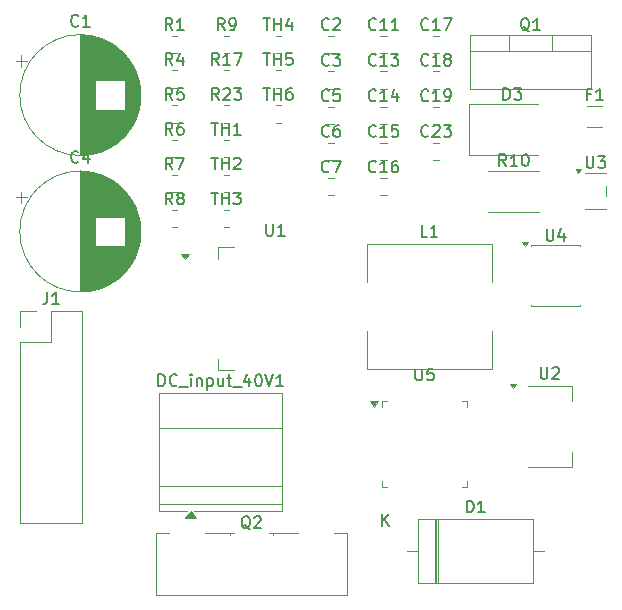
<source format=gbr>
%TF.GenerationSoftware,KiCad,Pcbnew,9.0.7*%
%TF.CreationDate,2026-02-08T16:25:53+05:30*%
%TF.ProjectId,gray,67726179-2e6b-4696-9361-645f70636258,rev?*%
%TF.SameCoordinates,Original*%
%TF.FileFunction,Legend,Top*%
%TF.FilePolarity,Positive*%
%FSLAX46Y46*%
G04 Gerber Fmt 4.6, Leading zero omitted, Abs format (unit mm)*
G04 Created by KiCad (PCBNEW 9.0.7) date 2026-02-08 16:25:53*
%MOMM*%
%LPD*%
G01*
G04 APERTURE LIST*
%ADD10C,0.150000*%
%ADD11C,0.120000*%
G04 APERTURE END LIST*
D10*
X157983333Y-80604819D02*
X157507143Y-80604819D01*
X157507143Y-80604819D02*
X157507143Y-79604819D01*
X158840476Y-80604819D02*
X158269048Y-80604819D01*
X158554762Y-80604819D02*
X158554762Y-79604819D01*
X158554762Y-79604819D02*
X158459524Y-79747676D01*
X158459524Y-79747676D02*
X158364286Y-79842914D01*
X158364286Y-79842914D02*
X158269048Y-79890533D01*
X156988095Y-91754819D02*
X156988095Y-92564342D01*
X156988095Y-92564342D02*
X157035714Y-92659580D01*
X157035714Y-92659580D02*
X157083333Y-92707200D01*
X157083333Y-92707200D02*
X157178571Y-92754819D01*
X157178571Y-92754819D02*
X157369047Y-92754819D01*
X157369047Y-92754819D02*
X157464285Y-92707200D01*
X157464285Y-92707200D02*
X157511904Y-92659580D01*
X157511904Y-92659580D02*
X157559523Y-92564342D01*
X157559523Y-92564342D02*
X157559523Y-91754819D01*
X158511904Y-91754819D02*
X158035714Y-91754819D01*
X158035714Y-91754819D02*
X157988095Y-92231009D01*
X157988095Y-92231009D02*
X158035714Y-92183390D01*
X158035714Y-92183390D02*
X158130952Y-92135771D01*
X158130952Y-92135771D02*
X158369047Y-92135771D01*
X158369047Y-92135771D02*
X158464285Y-92183390D01*
X158464285Y-92183390D02*
X158511904Y-92231009D01*
X158511904Y-92231009D02*
X158559523Y-92326247D01*
X158559523Y-92326247D02*
X158559523Y-92564342D01*
X158559523Y-92564342D02*
X158511904Y-92659580D01*
X158511904Y-92659580D02*
X158464285Y-92707200D01*
X158464285Y-92707200D02*
X158369047Y-92754819D01*
X158369047Y-92754819D02*
X158130952Y-92754819D01*
X158130952Y-92754819D02*
X158035714Y-92707200D01*
X158035714Y-92707200D02*
X157988095Y-92659580D01*
X168088095Y-79939819D02*
X168088095Y-80749342D01*
X168088095Y-80749342D02*
X168135714Y-80844580D01*
X168135714Y-80844580D02*
X168183333Y-80892200D01*
X168183333Y-80892200D02*
X168278571Y-80939819D01*
X168278571Y-80939819D02*
X168469047Y-80939819D01*
X168469047Y-80939819D02*
X168564285Y-80892200D01*
X168564285Y-80892200D02*
X168611904Y-80844580D01*
X168611904Y-80844580D02*
X168659523Y-80749342D01*
X168659523Y-80749342D02*
X168659523Y-79939819D01*
X169564285Y-80273152D02*
X169564285Y-80939819D01*
X169326190Y-79892200D02*
X169088095Y-80606485D01*
X169088095Y-80606485D02*
X169707142Y-80606485D01*
X171478095Y-73779819D02*
X171478095Y-74589342D01*
X171478095Y-74589342D02*
X171525714Y-74684580D01*
X171525714Y-74684580D02*
X171573333Y-74732200D01*
X171573333Y-74732200D02*
X171668571Y-74779819D01*
X171668571Y-74779819D02*
X171859047Y-74779819D01*
X171859047Y-74779819D02*
X171954285Y-74732200D01*
X171954285Y-74732200D02*
X172001904Y-74684580D01*
X172001904Y-74684580D02*
X172049523Y-74589342D01*
X172049523Y-74589342D02*
X172049523Y-73779819D01*
X172430476Y-73779819D02*
X173049523Y-73779819D01*
X173049523Y-73779819D02*
X172716190Y-74160771D01*
X172716190Y-74160771D02*
X172859047Y-74160771D01*
X172859047Y-74160771D02*
X172954285Y-74208390D01*
X172954285Y-74208390D02*
X173001904Y-74256009D01*
X173001904Y-74256009D02*
X173049523Y-74351247D01*
X173049523Y-74351247D02*
X173049523Y-74589342D01*
X173049523Y-74589342D02*
X173001904Y-74684580D01*
X173001904Y-74684580D02*
X172954285Y-74732200D01*
X172954285Y-74732200D02*
X172859047Y-74779819D01*
X172859047Y-74779819D02*
X172573333Y-74779819D01*
X172573333Y-74779819D02*
X172478095Y-74732200D01*
X172478095Y-74732200D02*
X172430476Y-74684580D01*
X144338095Y-79504819D02*
X144338095Y-80314342D01*
X144338095Y-80314342D02*
X144385714Y-80409580D01*
X144385714Y-80409580D02*
X144433333Y-80457200D01*
X144433333Y-80457200D02*
X144528571Y-80504819D01*
X144528571Y-80504819D02*
X144719047Y-80504819D01*
X144719047Y-80504819D02*
X144814285Y-80457200D01*
X144814285Y-80457200D02*
X144861904Y-80409580D01*
X144861904Y-80409580D02*
X144909523Y-80314342D01*
X144909523Y-80314342D02*
X144909523Y-79504819D01*
X145909523Y-80504819D02*
X145338095Y-80504819D01*
X145623809Y-80504819D02*
X145623809Y-79504819D01*
X145623809Y-79504819D02*
X145528571Y-79647676D01*
X145528571Y-79647676D02*
X145433333Y-79742914D01*
X145433333Y-79742914D02*
X145338095Y-79790533D01*
X144114286Y-68004819D02*
X144685714Y-68004819D01*
X144400000Y-69004819D02*
X144400000Y-68004819D01*
X145019048Y-69004819D02*
X145019048Y-68004819D01*
X145019048Y-68481009D02*
X145590476Y-68481009D01*
X145590476Y-69004819D02*
X145590476Y-68004819D01*
X146495238Y-68004819D02*
X146304762Y-68004819D01*
X146304762Y-68004819D02*
X146209524Y-68052438D01*
X146209524Y-68052438D02*
X146161905Y-68100057D01*
X146161905Y-68100057D02*
X146066667Y-68242914D01*
X146066667Y-68242914D02*
X146019048Y-68433390D01*
X146019048Y-68433390D02*
X146019048Y-68814342D01*
X146019048Y-68814342D02*
X146066667Y-68909580D01*
X146066667Y-68909580D02*
X146114286Y-68957200D01*
X146114286Y-68957200D02*
X146209524Y-69004819D01*
X146209524Y-69004819D02*
X146400000Y-69004819D01*
X146400000Y-69004819D02*
X146495238Y-68957200D01*
X146495238Y-68957200D02*
X146542857Y-68909580D01*
X146542857Y-68909580D02*
X146590476Y-68814342D01*
X146590476Y-68814342D02*
X146590476Y-68576247D01*
X146590476Y-68576247D02*
X146542857Y-68481009D01*
X146542857Y-68481009D02*
X146495238Y-68433390D01*
X146495238Y-68433390D02*
X146400000Y-68385771D01*
X146400000Y-68385771D02*
X146209524Y-68385771D01*
X146209524Y-68385771D02*
X146114286Y-68433390D01*
X146114286Y-68433390D02*
X146066667Y-68481009D01*
X146066667Y-68481009D02*
X146019048Y-68576247D01*
X144114286Y-65054819D02*
X144685714Y-65054819D01*
X144400000Y-66054819D02*
X144400000Y-65054819D01*
X145019048Y-66054819D02*
X145019048Y-65054819D01*
X145019048Y-65531009D02*
X145590476Y-65531009D01*
X145590476Y-66054819D02*
X145590476Y-65054819D01*
X146542857Y-65054819D02*
X146066667Y-65054819D01*
X146066667Y-65054819D02*
X146019048Y-65531009D01*
X146019048Y-65531009D02*
X146066667Y-65483390D01*
X146066667Y-65483390D02*
X146161905Y-65435771D01*
X146161905Y-65435771D02*
X146400000Y-65435771D01*
X146400000Y-65435771D02*
X146495238Y-65483390D01*
X146495238Y-65483390D02*
X146542857Y-65531009D01*
X146542857Y-65531009D02*
X146590476Y-65626247D01*
X146590476Y-65626247D02*
X146590476Y-65864342D01*
X146590476Y-65864342D02*
X146542857Y-65959580D01*
X146542857Y-65959580D02*
X146495238Y-66007200D01*
X146495238Y-66007200D02*
X146400000Y-66054819D01*
X146400000Y-66054819D02*
X146161905Y-66054819D01*
X146161905Y-66054819D02*
X146066667Y-66007200D01*
X146066667Y-66007200D02*
X146019048Y-65959580D01*
X144114286Y-62104819D02*
X144685714Y-62104819D01*
X144400000Y-63104819D02*
X144400000Y-62104819D01*
X145019048Y-63104819D02*
X145019048Y-62104819D01*
X145019048Y-62581009D02*
X145590476Y-62581009D01*
X145590476Y-63104819D02*
X145590476Y-62104819D01*
X146495238Y-62438152D02*
X146495238Y-63104819D01*
X146257143Y-62057200D02*
X146019048Y-62771485D01*
X146019048Y-62771485D02*
X146638095Y-62771485D01*
X139704286Y-76854819D02*
X140275714Y-76854819D01*
X139990000Y-77854819D02*
X139990000Y-76854819D01*
X140609048Y-77854819D02*
X140609048Y-76854819D01*
X140609048Y-77331009D02*
X141180476Y-77331009D01*
X141180476Y-77854819D02*
X141180476Y-76854819D01*
X141561429Y-76854819D02*
X142180476Y-76854819D01*
X142180476Y-76854819D02*
X141847143Y-77235771D01*
X141847143Y-77235771D02*
X141990000Y-77235771D01*
X141990000Y-77235771D02*
X142085238Y-77283390D01*
X142085238Y-77283390D02*
X142132857Y-77331009D01*
X142132857Y-77331009D02*
X142180476Y-77426247D01*
X142180476Y-77426247D02*
X142180476Y-77664342D01*
X142180476Y-77664342D02*
X142132857Y-77759580D01*
X142132857Y-77759580D02*
X142085238Y-77807200D01*
X142085238Y-77807200D02*
X141990000Y-77854819D01*
X141990000Y-77854819D02*
X141704286Y-77854819D01*
X141704286Y-77854819D02*
X141609048Y-77807200D01*
X141609048Y-77807200D02*
X141561429Y-77759580D01*
X139704286Y-73904819D02*
X140275714Y-73904819D01*
X139990000Y-74904819D02*
X139990000Y-73904819D01*
X140609048Y-74904819D02*
X140609048Y-73904819D01*
X140609048Y-74381009D02*
X141180476Y-74381009D01*
X141180476Y-74904819D02*
X141180476Y-73904819D01*
X141609048Y-74000057D02*
X141656667Y-73952438D01*
X141656667Y-73952438D02*
X141751905Y-73904819D01*
X141751905Y-73904819D02*
X141990000Y-73904819D01*
X141990000Y-73904819D02*
X142085238Y-73952438D01*
X142085238Y-73952438D02*
X142132857Y-74000057D01*
X142132857Y-74000057D02*
X142180476Y-74095295D01*
X142180476Y-74095295D02*
X142180476Y-74190533D01*
X142180476Y-74190533D02*
X142132857Y-74333390D01*
X142132857Y-74333390D02*
X141561429Y-74904819D01*
X141561429Y-74904819D02*
X142180476Y-74904819D01*
X139704286Y-70954819D02*
X140275714Y-70954819D01*
X139990000Y-71954819D02*
X139990000Y-70954819D01*
X140609048Y-71954819D02*
X140609048Y-70954819D01*
X140609048Y-71431009D02*
X141180476Y-71431009D01*
X141180476Y-71954819D02*
X141180476Y-70954819D01*
X142180476Y-71954819D02*
X141609048Y-71954819D01*
X141894762Y-71954819D02*
X141894762Y-70954819D01*
X141894762Y-70954819D02*
X141799524Y-71097676D01*
X141799524Y-71097676D02*
X141704286Y-71192914D01*
X141704286Y-71192914D02*
X141609048Y-71240533D01*
X140347142Y-69004819D02*
X140013809Y-68528628D01*
X139775714Y-69004819D02*
X139775714Y-68004819D01*
X139775714Y-68004819D02*
X140156666Y-68004819D01*
X140156666Y-68004819D02*
X140251904Y-68052438D01*
X140251904Y-68052438D02*
X140299523Y-68100057D01*
X140299523Y-68100057D02*
X140347142Y-68195295D01*
X140347142Y-68195295D02*
X140347142Y-68338152D01*
X140347142Y-68338152D02*
X140299523Y-68433390D01*
X140299523Y-68433390D02*
X140251904Y-68481009D01*
X140251904Y-68481009D02*
X140156666Y-68528628D01*
X140156666Y-68528628D02*
X139775714Y-68528628D01*
X140728095Y-68100057D02*
X140775714Y-68052438D01*
X140775714Y-68052438D02*
X140870952Y-68004819D01*
X140870952Y-68004819D02*
X141109047Y-68004819D01*
X141109047Y-68004819D02*
X141204285Y-68052438D01*
X141204285Y-68052438D02*
X141251904Y-68100057D01*
X141251904Y-68100057D02*
X141299523Y-68195295D01*
X141299523Y-68195295D02*
X141299523Y-68290533D01*
X141299523Y-68290533D02*
X141251904Y-68433390D01*
X141251904Y-68433390D02*
X140680476Y-69004819D01*
X140680476Y-69004819D02*
X141299523Y-69004819D01*
X141632857Y-68004819D02*
X142251904Y-68004819D01*
X142251904Y-68004819D02*
X141918571Y-68385771D01*
X141918571Y-68385771D02*
X142061428Y-68385771D01*
X142061428Y-68385771D02*
X142156666Y-68433390D01*
X142156666Y-68433390D02*
X142204285Y-68481009D01*
X142204285Y-68481009D02*
X142251904Y-68576247D01*
X142251904Y-68576247D02*
X142251904Y-68814342D01*
X142251904Y-68814342D02*
X142204285Y-68909580D01*
X142204285Y-68909580D02*
X142156666Y-68957200D01*
X142156666Y-68957200D02*
X142061428Y-69004819D01*
X142061428Y-69004819D02*
X141775714Y-69004819D01*
X141775714Y-69004819D02*
X141680476Y-68957200D01*
X141680476Y-68957200D02*
X141632857Y-68909580D01*
X140347142Y-66054819D02*
X140013809Y-65578628D01*
X139775714Y-66054819D02*
X139775714Y-65054819D01*
X139775714Y-65054819D02*
X140156666Y-65054819D01*
X140156666Y-65054819D02*
X140251904Y-65102438D01*
X140251904Y-65102438D02*
X140299523Y-65150057D01*
X140299523Y-65150057D02*
X140347142Y-65245295D01*
X140347142Y-65245295D02*
X140347142Y-65388152D01*
X140347142Y-65388152D02*
X140299523Y-65483390D01*
X140299523Y-65483390D02*
X140251904Y-65531009D01*
X140251904Y-65531009D02*
X140156666Y-65578628D01*
X140156666Y-65578628D02*
X139775714Y-65578628D01*
X141299523Y-66054819D02*
X140728095Y-66054819D01*
X141013809Y-66054819D02*
X141013809Y-65054819D01*
X141013809Y-65054819D02*
X140918571Y-65197676D01*
X140918571Y-65197676D02*
X140823333Y-65292914D01*
X140823333Y-65292914D02*
X140728095Y-65340533D01*
X141632857Y-65054819D02*
X142299523Y-65054819D01*
X142299523Y-65054819D02*
X141870952Y-66054819D01*
X164667142Y-74604819D02*
X164333809Y-74128628D01*
X164095714Y-74604819D02*
X164095714Y-73604819D01*
X164095714Y-73604819D02*
X164476666Y-73604819D01*
X164476666Y-73604819D02*
X164571904Y-73652438D01*
X164571904Y-73652438D02*
X164619523Y-73700057D01*
X164619523Y-73700057D02*
X164667142Y-73795295D01*
X164667142Y-73795295D02*
X164667142Y-73938152D01*
X164667142Y-73938152D02*
X164619523Y-74033390D01*
X164619523Y-74033390D02*
X164571904Y-74081009D01*
X164571904Y-74081009D02*
X164476666Y-74128628D01*
X164476666Y-74128628D02*
X164095714Y-74128628D01*
X165619523Y-74604819D02*
X165048095Y-74604819D01*
X165333809Y-74604819D02*
X165333809Y-73604819D01*
X165333809Y-73604819D02*
X165238571Y-73747676D01*
X165238571Y-73747676D02*
X165143333Y-73842914D01*
X165143333Y-73842914D02*
X165048095Y-73890533D01*
X166238571Y-73604819D02*
X166333809Y-73604819D01*
X166333809Y-73604819D02*
X166429047Y-73652438D01*
X166429047Y-73652438D02*
X166476666Y-73700057D01*
X166476666Y-73700057D02*
X166524285Y-73795295D01*
X166524285Y-73795295D02*
X166571904Y-73985771D01*
X166571904Y-73985771D02*
X166571904Y-74223866D01*
X166571904Y-74223866D02*
X166524285Y-74414342D01*
X166524285Y-74414342D02*
X166476666Y-74509580D01*
X166476666Y-74509580D02*
X166429047Y-74557200D01*
X166429047Y-74557200D02*
X166333809Y-74604819D01*
X166333809Y-74604819D02*
X166238571Y-74604819D01*
X166238571Y-74604819D02*
X166143333Y-74557200D01*
X166143333Y-74557200D02*
X166095714Y-74509580D01*
X166095714Y-74509580D02*
X166048095Y-74414342D01*
X166048095Y-74414342D02*
X166000476Y-74223866D01*
X166000476Y-74223866D02*
X166000476Y-73985771D01*
X166000476Y-73985771D02*
X166048095Y-73795295D01*
X166048095Y-73795295D02*
X166095714Y-73700057D01*
X166095714Y-73700057D02*
X166143333Y-73652438D01*
X166143333Y-73652438D02*
X166238571Y-73604819D01*
X140823333Y-63104819D02*
X140490000Y-62628628D01*
X140251905Y-63104819D02*
X140251905Y-62104819D01*
X140251905Y-62104819D02*
X140632857Y-62104819D01*
X140632857Y-62104819D02*
X140728095Y-62152438D01*
X140728095Y-62152438D02*
X140775714Y-62200057D01*
X140775714Y-62200057D02*
X140823333Y-62295295D01*
X140823333Y-62295295D02*
X140823333Y-62438152D01*
X140823333Y-62438152D02*
X140775714Y-62533390D01*
X140775714Y-62533390D02*
X140728095Y-62581009D01*
X140728095Y-62581009D02*
X140632857Y-62628628D01*
X140632857Y-62628628D02*
X140251905Y-62628628D01*
X141299524Y-63104819D02*
X141490000Y-63104819D01*
X141490000Y-63104819D02*
X141585238Y-63057200D01*
X141585238Y-63057200D02*
X141632857Y-63009580D01*
X141632857Y-63009580D02*
X141728095Y-62866723D01*
X141728095Y-62866723D02*
X141775714Y-62676247D01*
X141775714Y-62676247D02*
X141775714Y-62295295D01*
X141775714Y-62295295D02*
X141728095Y-62200057D01*
X141728095Y-62200057D02*
X141680476Y-62152438D01*
X141680476Y-62152438D02*
X141585238Y-62104819D01*
X141585238Y-62104819D02*
X141394762Y-62104819D01*
X141394762Y-62104819D02*
X141299524Y-62152438D01*
X141299524Y-62152438D02*
X141251905Y-62200057D01*
X141251905Y-62200057D02*
X141204286Y-62295295D01*
X141204286Y-62295295D02*
X141204286Y-62533390D01*
X141204286Y-62533390D02*
X141251905Y-62628628D01*
X141251905Y-62628628D02*
X141299524Y-62676247D01*
X141299524Y-62676247D02*
X141394762Y-62723866D01*
X141394762Y-62723866D02*
X141585238Y-62723866D01*
X141585238Y-62723866D02*
X141680476Y-62676247D01*
X141680476Y-62676247D02*
X141728095Y-62628628D01*
X141728095Y-62628628D02*
X141775714Y-62533390D01*
X136413333Y-77854819D02*
X136080000Y-77378628D01*
X135841905Y-77854819D02*
X135841905Y-76854819D01*
X135841905Y-76854819D02*
X136222857Y-76854819D01*
X136222857Y-76854819D02*
X136318095Y-76902438D01*
X136318095Y-76902438D02*
X136365714Y-76950057D01*
X136365714Y-76950057D02*
X136413333Y-77045295D01*
X136413333Y-77045295D02*
X136413333Y-77188152D01*
X136413333Y-77188152D02*
X136365714Y-77283390D01*
X136365714Y-77283390D02*
X136318095Y-77331009D01*
X136318095Y-77331009D02*
X136222857Y-77378628D01*
X136222857Y-77378628D02*
X135841905Y-77378628D01*
X136984762Y-77283390D02*
X136889524Y-77235771D01*
X136889524Y-77235771D02*
X136841905Y-77188152D01*
X136841905Y-77188152D02*
X136794286Y-77092914D01*
X136794286Y-77092914D02*
X136794286Y-77045295D01*
X136794286Y-77045295D02*
X136841905Y-76950057D01*
X136841905Y-76950057D02*
X136889524Y-76902438D01*
X136889524Y-76902438D02*
X136984762Y-76854819D01*
X136984762Y-76854819D02*
X137175238Y-76854819D01*
X137175238Y-76854819D02*
X137270476Y-76902438D01*
X137270476Y-76902438D02*
X137318095Y-76950057D01*
X137318095Y-76950057D02*
X137365714Y-77045295D01*
X137365714Y-77045295D02*
X137365714Y-77092914D01*
X137365714Y-77092914D02*
X137318095Y-77188152D01*
X137318095Y-77188152D02*
X137270476Y-77235771D01*
X137270476Y-77235771D02*
X137175238Y-77283390D01*
X137175238Y-77283390D02*
X136984762Y-77283390D01*
X136984762Y-77283390D02*
X136889524Y-77331009D01*
X136889524Y-77331009D02*
X136841905Y-77378628D01*
X136841905Y-77378628D02*
X136794286Y-77473866D01*
X136794286Y-77473866D02*
X136794286Y-77664342D01*
X136794286Y-77664342D02*
X136841905Y-77759580D01*
X136841905Y-77759580D02*
X136889524Y-77807200D01*
X136889524Y-77807200D02*
X136984762Y-77854819D01*
X136984762Y-77854819D02*
X137175238Y-77854819D01*
X137175238Y-77854819D02*
X137270476Y-77807200D01*
X137270476Y-77807200D02*
X137318095Y-77759580D01*
X137318095Y-77759580D02*
X137365714Y-77664342D01*
X137365714Y-77664342D02*
X137365714Y-77473866D01*
X137365714Y-77473866D02*
X137318095Y-77378628D01*
X137318095Y-77378628D02*
X137270476Y-77331009D01*
X137270476Y-77331009D02*
X137175238Y-77283390D01*
X136413333Y-74904819D02*
X136080000Y-74428628D01*
X135841905Y-74904819D02*
X135841905Y-73904819D01*
X135841905Y-73904819D02*
X136222857Y-73904819D01*
X136222857Y-73904819D02*
X136318095Y-73952438D01*
X136318095Y-73952438D02*
X136365714Y-74000057D01*
X136365714Y-74000057D02*
X136413333Y-74095295D01*
X136413333Y-74095295D02*
X136413333Y-74238152D01*
X136413333Y-74238152D02*
X136365714Y-74333390D01*
X136365714Y-74333390D02*
X136318095Y-74381009D01*
X136318095Y-74381009D02*
X136222857Y-74428628D01*
X136222857Y-74428628D02*
X135841905Y-74428628D01*
X136746667Y-73904819D02*
X137413333Y-73904819D01*
X137413333Y-73904819D02*
X136984762Y-74904819D01*
X136413333Y-71954819D02*
X136080000Y-71478628D01*
X135841905Y-71954819D02*
X135841905Y-70954819D01*
X135841905Y-70954819D02*
X136222857Y-70954819D01*
X136222857Y-70954819D02*
X136318095Y-71002438D01*
X136318095Y-71002438D02*
X136365714Y-71050057D01*
X136365714Y-71050057D02*
X136413333Y-71145295D01*
X136413333Y-71145295D02*
X136413333Y-71288152D01*
X136413333Y-71288152D02*
X136365714Y-71383390D01*
X136365714Y-71383390D02*
X136318095Y-71431009D01*
X136318095Y-71431009D02*
X136222857Y-71478628D01*
X136222857Y-71478628D02*
X135841905Y-71478628D01*
X137270476Y-70954819D02*
X137080000Y-70954819D01*
X137080000Y-70954819D02*
X136984762Y-71002438D01*
X136984762Y-71002438D02*
X136937143Y-71050057D01*
X136937143Y-71050057D02*
X136841905Y-71192914D01*
X136841905Y-71192914D02*
X136794286Y-71383390D01*
X136794286Y-71383390D02*
X136794286Y-71764342D01*
X136794286Y-71764342D02*
X136841905Y-71859580D01*
X136841905Y-71859580D02*
X136889524Y-71907200D01*
X136889524Y-71907200D02*
X136984762Y-71954819D01*
X136984762Y-71954819D02*
X137175238Y-71954819D01*
X137175238Y-71954819D02*
X137270476Y-71907200D01*
X137270476Y-71907200D02*
X137318095Y-71859580D01*
X137318095Y-71859580D02*
X137365714Y-71764342D01*
X137365714Y-71764342D02*
X137365714Y-71526247D01*
X137365714Y-71526247D02*
X137318095Y-71431009D01*
X137318095Y-71431009D02*
X137270476Y-71383390D01*
X137270476Y-71383390D02*
X137175238Y-71335771D01*
X137175238Y-71335771D02*
X136984762Y-71335771D01*
X136984762Y-71335771D02*
X136889524Y-71383390D01*
X136889524Y-71383390D02*
X136841905Y-71431009D01*
X136841905Y-71431009D02*
X136794286Y-71526247D01*
X136413333Y-69004819D02*
X136080000Y-68528628D01*
X135841905Y-69004819D02*
X135841905Y-68004819D01*
X135841905Y-68004819D02*
X136222857Y-68004819D01*
X136222857Y-68004819D02*
X136318095Y-68052438D01*
X136318095Y-68052438D02*
X136365714Y-68100057D01*
X136365714Y-68100057D02*
X136413333Y-68195295D01*
X136413333Y-68195295D02*
X136413333Y-68338152D01*
X136413333Y-68338152D02*
X136365714Y-68433390D01*
X136365714Y-68433390D02*
X136318095Y-68481009D01*
X136318095Y-68481009D02*
X136222857Y-68528628D01*
X136222857Y-68528628D02*
X135841905Y-68528628D01*
X137318095Y-68004819D02*
X136841905Y-68004819D01*
X136841905Y-68004819D02*
X136794286Y-68481009D01*
X136794286Y-68481009D02*
X136841905Y-68433390D01*
X136841905Y-68433390D02*
X136937143Y-68385771D01*
X136937143Y-68385771D02*
X137175238Y-68385771D01*
X137175238Y-68385771D02*
X137270476Y-68433390D01*
X137270476Y-68433390D02*
X137318095Y-68481009D01*
X137318095Y-68481009D02*
X137365714Y-68576247D01*
X137365714Y-68576247D02*
X137365714Y-68814342D01*
X137365714Y-68814342D02*
X137318095Y-68909580D01*
X137318095Y-68909580D02*
X137270476Y-68957200D01*
X137270476Y-68957200D02*
X137175238Y-69004819D01*
X137175238Y-69004819D02*
X136937143Y-69004819D01*
X136937143Y-69004819D02*
X136841905Y-68957200D01*
X136841905Y-68957200D02*
X136794286Y-68909580D01*
X136413333Y-66054819D02*
X136080000Y-65578628D01*
X135841905Y-66054819D02*
X135841905Y-65054819D01*
X135841905Y-65054819D02*
X136222857Y-65054819D01*
X136222857Y-65054819D02*
X136318095Y-65102438D01*
X136318095Y-65102438D02*
X136365714Y-65150057D01*
X136365714Y-65150057D02*
X136413333Y-65245295D01*
X136413333Y-65245295D02*
X136413333Y-65388152D01*
X136413333Y-65388152D02*
X136365714Y-65483390D01*
X136365714Y-65483390D02*
X136318095Y-65531009D01*
X136318095Y-65531009D02*
X136222857Y-65578628D01*
X136222857Y-65578628D02*
X135841905Y-65578628D01*
X137270476Y-65388152D02*
X137270476Y-66054819D01*
X137032381Y-65007200D02*
X136794286Y-65721485D01*
X136794286Y-65721485D02*
X137413333Y-65721485D01*
X136413333Y-63104819D02*
X136080000Y-62628628D01*
X135841905Y-63104819D02*
X135841905Y-62104819D01*
X135841905Y-62104819D02*
X136222857Y-62104819D01*
X136222857Y-62104819D02*
X136318095Y-62152438D01*
X136318095Y-62152438D02*
X136365714Y-62200057D01*
X136365714Y-62200057D02*
X136413333Y-62295295D01*
X136413333Y-62295295D02*
X136413333Y-62438152D01*
X136413333Y-62438152D02*
X136365714Y-62533390D01*
X136365714Y-62533390D02*
X136318095Y-62581009D01*
X136318095Y-62581009D02*
X136222857Y-62628628D01*
X136222857Y-62628628D02*
X135841905Y-62628628D01*
X137365714Y-63104819D02*
X136794286Y-63104819D01*
X137080000Y-63104819D02*
X137080000Y-62104819D01*
X137080000Y-62104819D02*
X136984762Y-62247676D01*
X136984762Y-62247676D02*
X136889524Y-62342914D01*
X136889524Y-62342914D02*
X136794286Y-62390533D01*
X143004761Y-105370057D02*
X142909523Y-105322438D01*
X142909523Y-105322438D02*
X142814285Y-105227200D01*
X142814285Y-105227200D02*
X142671428Y-105084342D01*
X142671428Y-105084342D02*
X142576190Y-105036723D01*
X142576190Y-105036723D02*
X142480952Y-105036723D01*
X142528571Y-105274819D02*
X142433333Y-105227200D01*
X142433333Y-105227200D02*
X142338095Y-105131961D01*
X142338095Y-105131961D02*
X142290476Y-104941485D01*
X142290476Y-104941485D02*
X142290476Y-104608152D01*
X142290476Y-104608152D02*
X142338095Y-104417676D01*
X142338095Y-104417676D02*
X142433333Y-104322438D01*
X142433333Y-104322438D02*
X142528571Y-104274819D01*
X142528571Y-104274819D02*
X142719047Y-104274819D01*
X142719047Y-104274819D02*
X142814285Y-104322438D01*
X142814285Y-104322438D02*
X142909523Y-104417676D01*
X142909523Y-104417676D02*
X142957142Y-104608152D01*
X142957142Y-104608152D02*
X142957142Y-104941485D01*
X142957142Y-104941485D02*
X142909523Y-105131961D01*
X142909523Y-105131961D02*
X142814285Y-105227200D01*
X142814285Y-105227200D02*
X142719047Y-105274819D01*
X142719047Y-105274819D02*
X142528571Y-105274819D01*
X143338095Y-104370057D02*
X143385714Y-104322438D01*
X143385714Y-104322438D02*
X143480952Y-104274819D01*
X143480952Y-104274819D02*
X143719047Y-104274819D01*
X143719047Y-104274819D02*
X143814285Y-104322438D01*
X143814285Y-104322438D02*
X143861904Y-104370057D01*
X143861904Y-104370057D02*
X143909523Y-104465295D01*
X143909523Y-104465295D02*
X143909523Y-104560533D01*
X143909523Y-104560533D02*
X143861904Y-104703390D01*
X143861904Y-104703390D02*
X143290476Y-105274819D01*
X143290476Y-105274819D02*
X143909523Y-105274819D01*
X166634761Y-63200057D02*
X166539523Y-63152438D01*
X166539523Y-63152438D02*
X166444285Y-63057200D01*
X166444285Y-63057200D02*
X166301428Y-62914342D01*
X166301428Y-62914342D02*
X166206190Y-62866723D01*
X166206190Y-62866723D02*
X166110952Y-62866723D01*
X166158571Y-63104819D02*
X166063333Y-63057200D01*
X166063333Y-63057200D02*
X165968095Y-62961961D01*
X165968095Y-62961961D02*
X165920476Y-62771485D01*
X165920476Y-62771485D02*
X165920476Y-62438152D01*
X165920476Y-62438152D02*
X165968095Y-62247676D01*
X165968095Y-62247676D02*
X166063333Y-62152438D01*
X166063333Y-62152438D02*
X166158571Y-62104819D01*
X166158571Y-62104819D02*
X166349047Y-62104819D01*
X166349047Y-62104819D02*
X166444285Y-62152438D01*
X166444285Y-62152438D02*
X166539523Y-62247676D01*
X166539523Y-62247676D02*
X166587142Y-62438152D01*
X166587142Y-62438152D02*
X166587142Y-62771485D01*
X166587142Y-62771485D02*
X166539523Y-62961961D01*
X166539523Y-62961961D02*
X166444285Y-63057200D01*
X166444285Y-63057200D02*
X166349047Y-63104819D01*
X166349047Y-63104819D02*
X166158571Y-63104819D01*
X167539523Y-63104819D02*
X166968095Y-63104819D01*
X167253809Y-63104819D02*
X167253809Y-62104819D01*
X167253809Y-62104819D02*
X167158571Y-62247676D01*
X167158571Y-62247676D02*
X167063333Y-62342914D01*
X167063333Y-62342914D02*
X166968095Y-62390533D01*
X125796666Y-85304819D02*
X125796666Y-86019104D01*
X125796666Y-86019104D02*
X125749047Y-86161961D01*
X125749047Y-86161961D02*
X125653809Y-86257200D01*
X125653809Y-86257200D02*
X125510952Y-86304819D01*
X125510952Y-86304819D02*
X125415714Y-86304819D01*
X126796666Y-86304819D02*
X126225238Y-86304819D01*
X126510952Y-86304819D02*
X126510952Y-85304819D01*
X126510952Y-85304819D02*
X126415714Y-85447676D01*
X126415714Y-85447676D02*
X126320476Y-85542914D01*
X126320476Y-85542914D02*
X126225238Y-85590533D01*
X171816666Y-68531009D02*
X171483333Y-68531009D01*
X171483333Y-69054819D02*
X171483333Y-68054819D01*
X171483333Y-68054819D02*
X171959523Y-68054819D01*
X172864285Y-69054819D02*
X172292857Y-69054819D01*
X172578571Y-69054819D02*
X172578571Y-68054819D01*
X172578571Y-68054819D02*
X172483333Y-68197676D01*
X172483333Y-68197676D02*
X172388095Y-68292914D01*
X172388095Y-68292914D02*
X172292857Y-68340533D01*
X135218095Y-93244819D02*
X135218095Y-92244819D01*
X135218095Y-92244819D02*
X135456190Y-92244819D01*
X135456190Y-92244819D02*
X135599047Y-92292438D01*
X135599047Y-92292438D02*
X135694285Y-92387676D01*
X135694285Y-92387676D02*
X135741904Y-92482914D01*
X135741904Y-92482914D02*
X135789523Y-92673390D01*
X135789523Y-92673390D02*
X135789523Y-92816247D01*
X135789523Y-92816247D02*
X135741904Y-93006723D01*
X135741904Y-93006723D02*
X135694285Y-93101961D01*
X135694285Y-93101961D02*
X135599047Y-93197200D01*
X135599047Y-93197200D02*
X135456190Y-93244819D01*
X135456190Y-93244819D02*
X135218095Y-93244819D01*
X136789523Y-93149580D02*
X136741904Y-93197200D01*
X136741904Y-93197200D02*
X136599047Y-93244819D01*
X136599047Y-93244819D02*
X136503809Y-93244819D01*
X136503809Y-93244819D02*
X136360952Y-93197200D01*
X136360952Y-93197200D02*
X136265714Y-93101961D01*
X136265714Y-93101961D02*
X136218095Y-93006723D01*
X136218095Y-93006723D02*
X136170476Y-92816247D01*
X136170476Y-92816247D02*
X136170476Y-92673390D01*
X136170476Y-92673390D02*
X136218095Y-92482914D01*
X136218095Y-92482914D02*
X136265714Y-92387676D01*
X136265714Y-92387676D02*
X136360952Y-92292438D01*
X136360952Y-92292438D02*
X136503809Y-92244819D01*
X136503809Y-92244819D02*
X136599047Y-92244819D01*
X136599047Y-92244819D02*
X136741904Y-92292438D01*
X136741904Y-92292438D02*
X136789523Y-92340057D01*
X136980000Y-93340057D02*
X137741904Y-93340057D01*
X137980000Y-93244819D02*
X137980000Y-92578152D01*
X137980000Y-92244819D02*
X137932381Y-92292438D01*
X137932381Y-92292438D02*
X137980000Y-92340057D01*
X137980000Y-92340057D02*
X138027619Y-92292438D01*
X138027619Y-92292438D02*
X137980000Y-92244819D01*
X137980000Y-92244819D02*
X137980000Y-92340057D01*
X138456190Y-92578152D02*
X138456190Y-93244819D01*
X138456190Y-92673390D02*
X138503809Y-92625771D01*
X138503809Y-92625771D02*
X138599047Y-92578152D01*
X138599047Y-92578152D02*
X138741904Y-92578152D01*
X138741904Y-92578152D02*
X138837142Y-92625771D01*
X138837142Y-92625771D02*
X138884761Y-92721009D01*
X138884761Y-92721009D02*
X138884761Y-93244819D01*
X139360952Y-92578152D02*
X139360952Y-93578152D01*
X139360952Y-92625771D02*
X139456190Y-92578152D01*
X139456190Y-92578152D02*
X139646666Y-92578152D01*
X139646666Y-92578152D02*
X139741904Y-92625771D01*
X139741904Y-92625771D02*
X139789523Y-92673390D01*
X139789523Y-92673390D02*
X139837142Y-92768628D01*
X139837142Y-92768628D02*
X139837142Y-93054342D01*
X139837142Y-93054342D02*
X139789523Y-93149580D01*
X139789523Y-93149580D02*
X139741904Y-93197200D01*
X139741904Y-93197200D02*
X139646666Y-93244819D01*
X139646666Y-93244819D02*
X139456190Y-93244819D01*
X139456190Y-93244819D02*
X139360952Y-93197200D01*
X140694285Y-92578152D02*
X140694285Y-93244819D01*
X140265714Y-92578152D02*
X140265714Y-93101961D01*
X140265714Y-93101961D02*
X140313333Y-93197200D01*
X140313333Y-93197200D02*
X140408571Y-93244819D01*
X140408571Y-93244819D02*
X140551428Y-93244819D01*
X140551428Y-93244819D02*
X140646666Y-93197200D01*
X140646666Y-93197200D02*
X140694285Y-93149580D01*
X141027619Y-92578152D02*
X141408571Y-92578152D01*
X141170476Y-92244819D02*
X141170476Y-93101961D01*
X141170476Y-93101961D02*
X141218095Y-93197200D01*
X141218095Y-93197200D02*
X141313333Y-93244819D01*
X141313333Y-93244819D02*
X141408571Y-93244819D01*
X141503810Y-93340057D02*
X142265714Y-93340057D01*
X142932381Y-92578152D02*
X142932381Y-93244819D01*
X142694286Y-92197200D02*
X142456191Y-92911485D01*
X142456191Y-92911485D02*
X143075238Y-92911485D01*
X143646667Y-92244819D02*
X143741905Y-92244819D01*
X143741905Y-92244819D02*
X143837143Y-92292438D01*
X143837143Y-92292438D02*
X143884762Y-92340057D01*
X143884762Y-92340057D02*
X143932381Y-92435295D01*
X143932381Y-92435295D02*
X143980000Y-92625771D01*
X143980000Y-92625771D02*
X143980000Y-92863866D01*
X143980000Y-92863866D02*
X143932381Y-93054342D01*
X143932381Y-93054342D02*
X143884762Y-93149580D01*
X143884762Y-93149580D02*
X143837143Y-93197200D01*
X143837143Y-93197200D02*
X143741905Y-93244819D01*
X143741905Y-93244819D02*
X143646667Y-93244819D01*
X143646667Y-93244819D02*
X143551429Y-93197200D01*
X143551429Y-93197200D02*
X143503810Y-93149580D01*
X143503810Y-93149580D02*
X143456191Y-93054342D01*
X143456191Y-93054342D02*
X143408572Y-92863866D01*
X143408572Y-92863866D02*
X143408572Y-92625771D01*
X143408572Y-92625771D02*
X143456191Y-92435295D01*
X143456191Y-92435295D02*
X143503810Y-92340057D01*
X143503810Y-92340057D02*
X143551429Y-92292438D01*
X143551429Y-92292438D02*
X143646667Y-92244819D01*
X144265715Y-92244819D02*
X144599048Y-93244819D01*
X144599048Y-93244819D02*
X144932381Y-92244819D01*
X145789524Y-93244819D02*
X145218096Y-93244819D01*
X145503810Y-93244819D02*
X145503810Y-92244819D01*
X145503810Y-92244819D02*
X145408572Y-92387676D01*
X145408572Y-92387676D02*
X145313334Y-92482914D01*
X145313334Y-92482914D02*
X145218096Y-92530533D01*
X164436905Y-69004819D02*
X164436905Y-68004819D01*
X164436905Y-68004819D02*
X164675000Y-68004819D01*
X164675000Y-68004819D02*
X164817857Y-68052438D01*
X164817857Y-68052438D02*
X164913095Y-68147676D01*
X164913095Y-68147676D02*
X164960714Y-68242914D01*
X164960714Y-68242914D02*
X165008333Y-68433390D01*
X165008333Y-68433390D02*
X165008333Y-68576247D01*
X165008333Y-68576247D02*
X164960714Y-68766723D01*
X164960714Y-68766723D02*
X164913095Y-68861961D01*
X164913095Y-68861961D02*
X164817857Y-68957200D01*
X164817857Y-68957200D02*
X164675000Y-69004819D01*
X164675000Y-69004819D02*
X164436905Y-69004819D01*
X165341667Y-68004819D02*
X165960714Y-68004819D01*
X165960714Y-68004819D02*
X165627381Y-68385771D01*
X165627381Y-68385771D02*
X165770238Y-68385771D01*
X165770238Y-68385771D02*
X165865476Y-68433390D01*
X165865476Y-68433390D02*
X165913095Y-68481009D01*
X165913095Y-68481009D02*
X165960714Y-68576247D01*
X165960714Y-68576247D02*
X165960714Y-68814342D01*
X165960714Y-68814342D02*
X165913095Y-68909580D01*
X165913095Y-68909580D02*
X165865476Y-68957200D01*
X165865476Y-68957200D02*
X165770238Y-69004819D01*
X165770238Y-69004819D02*
X165484524Y-69004819D01*
X165484524Y-69004819D02*
X165389286Y-68957200D01*
X165389286Y-68957200D02*
X165341667Y-68909580D01*
X161331905Y-103934819D02*
X161331905Y-102934819D01*
X161331905Y-102934819D02*
X161570000Y-102934819D01*
X161570000Y-102934819D02*
X161712857Y-102982438D01*
X161712857Y-102982438D02*
X161808095Y-103077676D01*
X161808095Y-103077676D02*
X161855714Y-103172914D01*
X161855714Y-103172914D02*
X161903333Y-103363390D01*
X161903333Y-103363390D02*
X161903333Y-103506247D01*
X161903333Y-103506247D02*
X161855714Y-103696723D01*
X161855714Y-103696723D02*
X161808095Y-103791961D01*
X161808095Y-103791961D02*
X161712857Y-103887200D01*
X161712857Y-103887200D02*
X161570000Y-103934819D01*
X161570000Y-103934819D02*
X161331905Y-103934819D01*
X162855714Y-103934819D02*
X162284286Y-103934819D01*
X162570000Y-103934819D02*
X162570000Y-102934819D01*
X162570000Y-102934819D02*
X162474762Y-103077676D01*
X162474762Y-103077676D02*
X162379524Y-103172914D01*
X162379524Y-103172914D02*
X162284286Y-103220533D01*
X154188095Y-105054819D02*
X154188095Y-104054819D01*
X154759523Y-105054819D02*
X154330952Y-104483390D01*
X154759523Y-104054819D02*
X154188095Y-104626247D01*
X158087142Y-72039580D02*
X158039523Y-72087200D01*
X158039523Y-72087200D02*
X157896666Y-72134819D01*
X157896666Y-72134819D02*
X157801428Y-72134819D01*
X157801428Y-72134819D02*
X157658571Y-72087200D01*
X157658571Y-72087200D02*
X157563333Y-71991961D01*
X157563333Y-71991961D02*
X157515714Y-71896723D01*
X157515714Y-71896723D02*
X157468095Y-71706247D01*
X157468095Y-71706247D02*
X157468095Y-71563390D01*
X157468095Y-71563390D02*
X157515714Y-71372914D01*
X157515714Y-71372914D02*
X157563333Y-71277676D01*
X157563333Y-71277676D02*
X157658571Y-71182438D01*
X157658571Y-71182438D02*
X157801428Y-71134819D01*
X157801428Y-71134819D02*
X157896666Y-71134819D01*
X157896666Y-71134819D02*
X158039523Y-71182438D01*
X158039523Y-71182438D02*
X158087142Y-71230057D01*
X158468095Y-71230057D02*
X158515714Y-71182438D01*
X158515714Y-71182438D02*
X158610952Y-71134819D01*
X158610952Y-71134819D02*
X158849047Y-71134819D01*
X158849047Y-71134819D02*
X158944285Y-71182438D01*
X158944285Y-71182438D02*
X158991904Y-71230057D01*
X158991904Y-71230057D02*
X159039523Y-71325295D01*
X159039523Y-71325295D02*
X159039523Y-71420533D01*
X159039523Y-71420533D02*
X158991904Y-71563390D01*
X158991904Y-71563390D02*
X158420476Y-72134819D01*
X158420476Y-72134819D02*
X159039523Y-72134819D01*
X159372857Y-71134819D02*
X159991904Y-71134819D01*
X159991904Y-71134819D02*
X159658571Y-71515771D01*
X159658571Y-71515771D02*
X159801428Y-71515771D01*
X159801428Y-71515771D02*
X159896666Y-71563390D01*
X159896666Y-71563390D02*
X159944285Y-71611009D01*
X159944285Y-71611009D02*
X159991904Y-71706247D01*
X159991904Y-71706247D02*
X159991904Y-71944342D01*
X159991904Y-71944342D02*
X159944285Y-72039580D01*
X159944285Y-72039580D02*
X159896666Y-72087200D01*
X159896666Y-72087200D02*
X159801428Y-72134819D01*
X159801428Y-72134819D02*
X159515714Y-72134819D01*
X159515714Y-72134819D02*
X159420476Y-72087200D01*
X159420476Y-72087200D02*
X159372857Y-72039580D01*
X158087142Y-69029580D02*
X158039523Y-69077200D01*
X158039523Y-69077200D02*
X157896666Y-69124819D01*
X157896666Y-69124819D02*
X157801428Y-69124819D01*
X157801428Y-69124819D02*
X157658571Y-69077200D01*
X157658571Y-69077200D02*
X157563333Y-68981961D01*
X157563333Y-68981961D02*
X157515714Y-68886723D01*
X157515714Y-68886723D02*
X157468095Y-68696247D01*
X157468095Y-68696247D02*
X157468095Y-68553390D01*
X157468095Y-68553390D02*
X157515714Y-68362914D01*
X157515714Y-68362914D02*
X157563333Y-68267676D01*
X157563333Y-68267676D02*
X157658571Y-68172438D01*
X157658571Y-68172438D02*
X157801428Y-68124819D01*
X157801428Y-68124819D02*
X157896666Y-68124819D01*
X157896666Y-68124819D02*
X158039523Y-68172438D01*
X158039523Y-68172438D02*
X158087142Y-68220057D01*
X159039523Y-69124819D02*
X158468095Y-69124819D01*
X158753809Y-69124819D02*
X158753809Y-68124819D01*
X158753809Y-68124819D02*
X158658571Y-68267676D01*
X158658571Y-68267676D02*
X158563333Y-68362914D01*
X158563333Y-68362914D02*
X158468095Y-68410533D01*
X159515714Y-69124819D02*
X159706190Y-69124819D01*
X159706190Y-69124819D02*
X159801428Y-69077200D01*
X159801428Y-69077200D02*
X159849047Y-69029580D01*
X159849047Y-69029580D02*
X159944285Y-68886723D01*
X159944285Y-68886723D02*
X159991904Y-68696247D01*
X159991904Y-68696247D02*
X159991904Y-68315295D01*
X159991904Y-68315295D02*
X159944285Y-68220057D01*
X159944285Y-68220057D02*
X159896666Y-68172438D01*
X159896666Y-68172438D02*
X159801428Y-68124819D01*
X159801428Y-68124819D02*
X159610952Y-68124819D01*
X159610952Y-68124819D02*
X159515714Y-68172438D01*
X159515714Y-68172438D02*
X159468095Y-68220057D01*
X159468095Y-68220057D02*
X159420476Y-68315295D01*
X159420476Y-68315295D02*
X159420476Y-68553390D01*
X159420476Y-68553390D02*
X159468095Y-68648628D01*
X159468095Y-68648628D02*
X159515714Y-68696247D01*
X159515714Y-68696247D02*
X159610952Y-68743866D01*
X159610952Y-68743866D02*
X159801428Y-68743866D01*
X159801428Y-68743866D02*
X159896666Y-68696247D01*
X159896666Y-68696247D02*
X159944285Y-68648628D01*
X159944285Y-68648628D02*
X159991904Y-68553390D01*
X158087142Y-66019580D02*
X158039523Y-66067200D01*
X158039523Y-66067200D02*
X157896666Y-66114819D01*
X157896666Y-66114819D02*
X157801428Y-66114819D01*
X157801428Y-66114819D02*
X157658571Y-66067200D01*
X157658571Y-66067200D02*
X157563333Y-65971961D01*
X157563333Y-65971961D02*
X157515714Y-65876723D01*
X157515714Y-65876723D02*
X157468095Y-65686247D01*
X157468095Y-65686247D02*
X157468095Y-65543390D01*
X157468095Y-65543390D02*
X157515714Y-65352914D01*
X157515714Y-65352914D02*
X157563333Y-65257676D01*
X157563333Y-65257676D02*
X157658571Y-65162438D01*
X157658571Y-65162438D02*
X157801428Y-65114819D01*
X157801428Y-65114819D02*
X157896666Y-65114819D01*
X157896666Y-65114819D02*
X158039523Y-65162438D01*
X158039523Y-65162438D02*
X158087142Y-65210057D01*
X159039523Y-66114819D02*
X158468095Y-66114819D01*
X158753809Y-66114819D02*
X158753809Y-65114819D01*
X158753809Y-65114819D02*
X158658571Y-65257676D01*
X158658571Y-65257676D02*
X158563333Y-65352914D01*
X158563333Y-65352914D02*
X158468095Y-65400533D01*
X159610952Y-65543390D02*
X159515714Y-65495771D01*
X159515714Y-65495771D02*
X159468095Y-65448152D01*
X159468095Y-65448152D02*
X159420476Y-65352914D01*
X159420476Y-65352914D02*
X159420476Y-65305295D01*
X159420476Y-65305295D02*
X159468095Y-65210057D01*
X159468095Y-65210057D02*
X159515714Y-65162438D01*
X159515714Y-65162438D02*
X159610952Y-65114819D01*
X159610952Y-65114819D02*
X159801428Y-65114819D01*
X159801428Y-65114819D02*
X159896666Y-65162438D01*
X159896666Y-65162438D02*
X159944285Y-65210057D01*
X159944285Y-65210057D02*
X159991904Y-65305295D01*
X159991904Y-65305295D02*
X159991904Y-65352914D01*
X159991904Y-65352914D02*
X159944285Y-65448152D01*
X159944285Y-65448152D02*
X159896666Y-65495771D01*
X159896666Y-65495771D02*
X159801428Y-65543390D01*
X159801428Y-65543390D02*
X159610952Y-65543390D01*
X159610952Y-65543390D02*
X159515714Y-65591009D01*
X159515714Y-65591009D02*
X159468095Y-65638628D01*
X159468095Y-65638628D02*
X159420476Y-65733866D01*
X159420476Y-65733866D02*
X159420476Y-65924342D01*
X159420476Y-65924342D02*
X159468095Y-66019580D01*
X159468095Y-66019580D02*
X159515714Y-66067200D01*
X159515714Y-66067200D02*
X159610952Y-66114819D01*
X159610952Y-66114819D02*
X159801428Y-66114819D01*
X159801428Y-66114819D02*
X159896666Y-66067200D01*
X159896666Y-66067200D02*
X159944285Y-66019580D01*
X159944285Y-66019580D02*
X159991904Y-65924342D01*
X159991904Y-65924342D02*
X159991904Y-65733866D01*
X159991904Y-65733866D02*
X159944285Y-65638628D01*
X159944285Y-65638628D02*
X159896666Y-65591009D01*
X159896666Y-65591009D02*
X159801428Y-65543390D01*
X158087142Y-63009580D02*
X158039523Y-63057200D01*
X158039523Y-63057200D02*
X157896666Y-63104819D01*
X157896666Y-63104819D02*
X157801428Y-63104819D01*
X157801428Y-63104819D02*
X157658571Y-63057200D01*
X157658571Y-63057200D02*
X157563333Y-62961961D01*
X157563333Y-62961961D02*
X157515714Y-62866723D01*
X157515714Y-62866723D02*
X157468095Y-62676247D01*
X157468095Y-62676247D02*
X157468095Y-62533390D01*
X157468095Y-62533390D02*
X157515714Y-62342914D01*
X157515714Y-62342914D02*
X157563333Y-62247676D01*
X157563333Y-62247676D02*
X157658571Y-62152438D01*
X157658571Y-62152438D02*
X157801428Y-62104819D01*
X157801428Y-62104819D02*
X157896666Y-62104819D01*
X157896666Y-62104819D02*
X158039523Y-62152438D01*
X158039523Y-62152438D02*
X158087142Y-62200057D01*
X159039523Y-63104819D02*
X158468095Y-63104819D01*
X158753809Y-63104819D02*
X158753809Y-62104819D01*
X158753809Y-62104819D02*
X158658571Y-62247676D01*
X158658571Y-62247676D02*
X158563333Y-62342914D01*
X158563333Y-62342914D02*
X158468095Y-62390533D01*
X159372857Y-62104819D02*
X160039523Y-62104819D01*
X160039523Y-62104819D02*
X159610952Y-63104819D01*
X153637142Y-75049580D02*
X153589523Y-75097200D01*
X153589523Y-75097200D02*
X153446666Y-75144819D01*
X153446666Y-75144819D02*
X153351428Y-75144819D01*
X153351428Y-75144819D02*
X153208571Y-75097200D01*
X153208571Y-75097200D02*
X153113333Y-75001961D01*
X153113333Y-75001961D02*
X153065714Y-74906723D01*
X153065714Y-74906723D02*
X153018095Y-74716247D01*
X153018095Y-74716247D02*
X153018095Y-74573390D01*
X153018095Y-74573390D02*
X153065714Y-74382914D01*
X153065714Y-74382914D02*
X153113333Y-74287676D01*
X153113333Y-74287676D02*
X153208571Y-74192438D01*
X153208571Y-74192438D02*
X153351428Y-74144819D01*
X153351428Y-74144819D02*
X153446666Y-74144819D01*
X153446666Y-74144819D02*
X153589523Y-74192438D01*
X153589523Y-74192438D02*
X153637142Y-74240057D01*
X154589523Y-75144819D02*
X154018095Y-75144819D01*
X154303809Y-75144819D02*
X154303809Y-74144819D01*
X154303809Y-74144819D02*
X154208571Y-74287676D01*
X154208571Y-74287676D02*
X154113333Y-74382914D01*
X154113333Y-74382914D02*
X154018095Y-74430533D01*
X155446666Y-74144819D02*
X155256190Y-74144819D01*
X155256190Y-74144819D02*
X155160952Y-74192438D01*
X155160952Y-74192438D02*
X155113333Y-74240057D01*
X155113333Y-74240057D02*
X155018095Y-74382914D01*
X155018095Y-74382914D02*
X154970476Y-74573390D01*
X154970476Y-74573390D02*
X154970476Y-74954342D01*
X154970476Y-74954342D02*
X155018095Y-75049580D01*
X155018095Y-75049580D02*
X155065714Y-75097200D01*
X155065714Y-75097200D02*
X155160952Y-75144819D01*
X155160952Y-75144819D02*
X155351428Y-75144819D01*
X155351428Y-75144819D02*
X155446666Y-75097200D01*
X155446666Y-75097200D02*
X155494285Y-75049580D01*
X155494285Y-75049580D02*
X155541904Y-74954342D01*
X155541904Y-74954342D02*
X155541904Y-74716247D01*
X155541904Y-74716247D02*
X155494285Y-74621009D01*
X155494285Y-74621009D02*
X155446666Y-74573390D01*
X155446666Y-74573390D02*
X155351428Y-74525771D01*
X155351428Y-74525771D02*
X155160952Y-74525771D01*
X155160952Y-74525771D02*
X155065714Y-74573390D01*
X155065714Y-74573390D02*
X155018095Y-74621009D01*
X155018095Y-74621009D02*
X154970476Y-74716247D01*
X153637142Y-72039580D02*
X153589523Y-72087200D01*
X153589523Y-72087200D02*
X153446666Y-72134819D01*
X153446666Y-72134819D02*
X153351428Y-72134819D01*
X153351428Y-72134819D02*
X153208571Y-72087200D01*
X153208571Y-72087200D02*
X153113333Y-71991961D01*
X153113333Y-71991961D02*
X153065714Y-71896723D01*
X153065714Y-71896723D02*
X153018095Y-71706247D01*
X153018095Y-71706247D02*
X153018095Y-71563390D01*
X153018095Y-71563390D02*
X153065714Y-71372914D01*
X153065714Y-71372914D02*
X153113333Y-71277676D01*
X153113333Y-71277676D02*
X153208571Y-71182438D01*
X153208571Y-71182438D02*
X153351428Y-71134819D01*
X153351428Y-71134819D02*
X153446666Y-71134819D01*
X153446666Y-71134819D02*
X153589523Y-71182438D01*
X153589523Y-71182438D02*
X153637142Y-71230057D01*
X154589523Y-72134819D02*
X154018095Y-72134819D01*
X154303809Y-72134819D02*
X154303809Y-71134819D01*
X154303809Y-71134819D02*
X154208571Y-71277676D01*
X154208571Y-71277676D02*
X154113333Y-71372914D01*
X154113333Y-71372914D02*
X154018095Y-71420533D01*
X155494285Y-71134819D02*
X155018095Y-71134819D01*
X155018095Y-71134819D02*
X154970476Y-71611009D01*
X154970476Y-71611009D02*
X155018095Y-71563390D01*
X155018095Y-71563390D02*
X155113333Y-71515771D01*
X155113333Y-71515771D02*
X155351428Y-71515771D01*
X155351428Y-71515771D02*
X155446666Y-71563390D01*
X155446666Y-71563390D02*
X155494285Y-71611009D01*
X155494285Y-71611009D02*
X155541904Y-71706247D01*
X155541904Y-71706247D02*
X155541904Y-71944342D01*
X155541904Y-71944342D02*
X155494285Y-72039580D01*
X155494285Y-72039580D02*
X155446666Y-72087200D01*
X155446666Y-72087200D02*
X155351428Y-72134819D01*
X155351428Y-72134819D02*
X155113333Y-72134819D01*
X155113333Y-72134819D02*
X155018095Y-72087200D01*
X155018095Y-72087200D02*
X154970476Y-72039580D01*
X153637142Y-69029580D02*
X153589523Y-69077200D01*
X153589523Y-69077200D02*
X153446666Y-69124819D01*
X153446666Y-69124819D02*
X153351428Y-69124819D01*
X153351428Y-69124819D02*
X153208571Y-69077200D01*
X153208571Y-69077200D02*
X153113333Y-68981961D01*
X153113333Y-68981961D02*
X153065714Y-68886723D01*
X153065714Y-68886723D02*
X153018095Y-68696247D01*
X153018095Y-68696247D02*
X153018095Y-68553390D01*
X153018095Y-68553390D02*
X153065714Y-68362914D01*
X153065714Y-68362914D02*
X153113333Y-68267676D01*
X153113333Y-68267676D02*
X153208571Y-68172438D01*
X153208571Y-68172438D02*
X153351428Y-68124819D01*
X153351428Y-68124819D02*
X153446666Y-68124819D01*
X153446666Y-68124819D02*
X153589523Y-68172438D01*
X153589523Y-68172438D02*
X153637142Y-68220057D01*
X154589523Y-69124819D02*
X154018095Y-69124819D01*
X154303809Y-69124819D02*
X154303809Y-68124819D01*
X154303809Y-68124819D02*
X154208571Y-68267676D01*
X154208571Y-68267676D02*
X154113333Y-68362914D01*
X154113333Y-68362914D02*
X154018095Y-68410533D01*
X155446666Y-68458152D02*
X155446666Y-69124819D01*
X155208571Y-68077200D02*
X154970476Y-68791485D01*
X154970476Y-68791485D02*
X155589523Y-68791485D01*
X153637142Y-66019580D02*
X153589523Y-66067200D01*
X153589523Y-66067200D02*
X153446666Y-66114819D01*
X153446666Y-66114819D02*
X153351428Y-66114819D01*
X153351428Y-66114819D02*
X153208571Y-66067200D01*
X153208571Y-66067200D02*
X153113333Y-65971961D01*
X153113333Y-65971961D02*
X153065714Y-65876723D01*
X153065714Y-65876723D02*
X153018095Y-65686247D01*
X153018095Y-65686247D02*
X153018095Y-65543390D01*
X153018095Y-65543390D02*
X153065714Y-65352914D01*
X153065714Y-65352914D02*
X153113333Y-65257676D01*
X153113333Y-65257676D02*
X153208571Y-65162438D01*
X153208571Y-65162438D02*
X153351428Y-65114819D01*
X153351428Y-65114819D02*
X153446666Y-65114819D01*
X153446666Y-65114819D02*
X153589523Y-65162438D01*
X153589523Y-65162438D02*
X153637142Y-65210057D01*
X154589523Y-66114819D02*
X154018095Y-66114819D01*
X154303809Y-66114819D02*
X154303809Y-65114819D01*
X154303809Y-65114819D02*
X154208571Y-65257676D01*
X154208571Y-65257676D02*
X154113333Y-65352914D01*
X154113333Y-65352914D02*
X154018095Y-65400533D01*
X154922857Y-65114819D02*
X155541904Y-65114819D01*
X155541904Y-65114819D02*
X155208571Y-65495771D01*
X155208571Y-65495771D02*
X155351428Y-65495771D01*
X155351428Y-65495771D02*
X155446666Y-65543390D01*
X155446666Y-65543390D02*
X155494285Y-65591009D01*
X155494285Y-65591009D02*
X155541904Y-65686247D01*
X155541904Y-65686247D02*
X155541904Y-65924342D01*
X155541904Y-65924342D02*
X155494285Y-66019580D01*
X155494285Y-66019580D02*
X155446666Y-66067200D01*
X155446666Y-66067200D02*
X155351428Y-66114819D01*
X155351428Y-66114819D02*
X155065714Y-66114819D01*
X155065714Y-66114819D02*
X154970476Y-66067200D01*
X154970476Y-66067200D02*
X154922857Y-66019580D01*
X153637142Y-63009580D02*
X153589523Y-63057200D01*
X153589523Y-63057200D02*
X153446666Y-63104819D01*
X153446666Y-63104819D02*
X153351428Y-63104819D01*
X153351428Y-63104819D02*
X153208571Y-63057200D01*
X153208571Y-63057200D02*
X153113333Y-62961961D01*
X153113333Y-62961961D02*
X153065714Y-62866723D01*
X153065714Y-62866723D02*
X153018095Y-62676247D01*
X153018095Y-62676247D02*
X153018095Y-62533390D01*
X153018095Y-62533390D02*
X153065714Y-62342914D01*
X153065714Y-62342914D02*
X153113333Y-62247676D01*
X153113333Y-62247676D02*
X153208571Y-62152438D01*
X153208571Y-62152438D02*
X153351428Y-62104819D01*
X153351428Y-62104819D02*
X153446666Y-62104819D01*
X153446666Y-62104819D02*
X153589523Y-62152438D01*
X153589523Y-62152438D02*
X153637142Y-62200057D01*
X154589523Y-63104819D02*
X154018095Y-63104819D01*
X154303809Y-63104819D02*
X154303809Y-62104819D01*
X154303809Y-62104819D02*
X154208571Y-62247676D01*
X154208571Y-62247676D02*
X154113333Y-62342914D01*
X154113333Y-62342914D02*
X154018095Y-62390533D01*
X155541904Y-63104819D02*
X154970476Y-63104819D01*
X155256190Y-63104819D02*
X155256190Y-62104819D01*
X155256190Y-62104819D02*
X155160952Y-62247676D01*
X155160952Y-62247676D02*
X155065714Y-62342914D01*
X155065714Y-62342914D02*
X154970476Y-62390533D01*
X149663333Y-75049580D02*
X149615714Y-75097200D01*
X149615714Y-75097200D02*
X149472857Y-75144819D01*
X149472857Y-75144819D02*
X149377619Y-75144819D01*
X149377619Y-75144819D02*
X149234762Y-75097200D01*
X149234762Y-75097200D02*
X149139524Y-75001961D01*
X149139524Y-75001961D02*
X149091905Y-74906723D01*
X149091905Y-74906723D02*
X149044286Y-74716247D01*
X149044286Y-74716247D02*
X149044286Y-74573390D01*
X149044286Y-74573390D02*
X149091905Y-74382914D01*
X149091905Y-74382914D02*
X149139524Y-74287676D01*
X149139524Y-74287676D02*
X149234762Y-74192438D01*
X149234762Y-74192438D02*
X149377619Y-74144819D01*
X149377619Y-74144819D02*
X149472857Y-74144819D01*
X149472857Y-74144819D02*
X149615714Y-74192438D01*
X149615714Y-74192438D02*
X149663333Y-74240057D01*
X149996667Y-74144819D02*
X150663333Y-74144819D01*
X150663333Y-74144819D02*
X150234762Y-75144819D01*
X149663333Y-72039580D02*
X149615714Y-72087200D01*
X149615714Y-72087200D02*
X149472857Y-72134819D01*
X149472857Y-72134819D02*
X149377619Y-72134819D01*
X149377619Y-72134819D02*
X149234762Y-72087200D01*
X149234762Y-72087200D02*
X149139524Y-71991961D01*
X149139524Y-71991961D02*
X149091905Y-71896723D01*
X149091905Y-71896723D02*
X149044286Y-71706247D01*
X149044286Y-71706247D02*
X149044286Y-71563390D01*
X149044286Y-71563390D02*
X149091905Y-71372914D01*
X149091905Y-71372914D02*
X149139524Y-71277676D01*
X149139524Y-71277676D02*
X149234762Y-71182438D01*
X149234762Y-71182438D02*
X149377619Y-71134819D01*
X149377619Y-71134819D02*
X149472857Y-71134819D01*
X149472857Y-71134819D02*
X149615714Y-71182438D01*
X149615714Y-71182438D02*
X149663333Y-71230057D01*
X150520476Y-71134819D02*
X150330000Y-71134819D01*
X150330000Y-71134819D02*
X150234762Y-71182438D01*
X150234762Y-71182438D02*
X150187143Y-71230057D01*
X150187143Y-71230057D02*
X150091905Y-71372914D01*
X150091905Y-71372914D02*
X150044286Y-71563390D01*
X150044286Y-71563390D02*
X150044286Y-71944342D01*
X150044286Y-71944342D02*
X150091905Y-72039580D01*
X150091905Y-72039580D02*
X150139524Y-72087200D01*
X150139524Y-72087200D02*
X150234762Y-72134819D01*
X150234762Y-72134819D02*
X150425238Y-72134819D01*
X150425238Y-72134819D02*
X150520476Y-72087200D01*
X150520476Y-72087200D02*
X150568095Y-72039580D01*
X150568095Y-72039580D02*
X150615714Y-71944342D01*
X150615714Y-71944342D02*
X150615714Y-71706247D01*
X150615714Y-71706247D02*
X150568095Y-71611009D01*
X150568095Y-71611009D02*
X150520476Y-71563390D01*
X150520476Y-71563390D02*
X150425238Y-71515771D01*
X150425238Y-71515771D02*
X150234762Y-71515771D01*
X150234762Y-71515771D02*
X150139524Y-71563390D01*
X150139524Y-71563390D02*
X150091905Y-71611009D01*
X150091905Y-71611009D02*
X150044286Y-71706247D01*
X149663333Y-69029580D02*
X149615714Y-69077200D01*
X149615714Y-69077200D02*
X149472857Y-69124819D01*
X149472857Y-69124819D02*
X149377619Y-69124819D01*
X149377619Y-69124819D02*
X149234762Y-69077200D01*
X149234762Y-69077200D02*
X149139524Y-68981961D01*
X149139524Y-68981961D02*
X149091905Y-68886723D01*
X149091905Y-68886723D02*
X149044286Y-68696247D01*
X149044286Y-68696247D02*
X149044286Y-68553390D01*
X149044286Y-68553390D02*
X149091905Y-68362914D01*
X149091905Y-68362914D02*
X149139524Y-68267676D01*
X149139524Y-68267676D02*
X149234762Y-68172438D01*
X149234762Y-68172438D02*
X149377619Y-68124819D01*
X149377619Y-68124819D02*
X149472857Y-68124819D01*
X149472857Y-68124819D02*
X149615714Y-68172438D01*
X149615714Y-68172438D02*
X149663333Y-68220057D01*
X150568095Y-68124819D02*
X150091905Y-68124819D01*
X150091905Y-68124819D02*
X150044286Y-68601009D01*
X150044286Y-68601009D02*
X150091905Y-68553390D01*
X150091905Y-68553390D02*
X150187143Y-68505771D01*
X150187143Y-68505771D02*
X150425238Y-68505771D01*
X150425238Y-68505771D02*
X150520476Y-68553390D01*
X150520476Y-68553390D02*
X150568095Y-68601009D01*
X150568095Y-68601009D02*
X150615714Y-68696247D01*
X150615714Y-68696247D02*
X150615714Y-68934342D01*
X150615714Y-68934342D02*
X150568095Y-69029580D01*
X150568095Y-69029580D02*
X150520476Y-69077200D01*
X150520476Y-69077200D02*
X150425238Y-69124819D01*
X150425238Y-69124819D02*
X150187143Y-69124819D01*
X150187143Y-69124819D02*
X150091905Y-69077200D01*
X150091905Y-69077200D02*
X150044286Y-69029580D01*
X128437979Y-74259580D02*
X128390360Y-74307200D01*
X128390360Y-74307200D02*
X128247503Y-74354819D01*
X128247503Y-74354819D02*
X128152265Y-74354819D01*
X128152265Y-74354819D02*
X128009408Y-74307200D01*
X128009408Y-74307200D02*
X127914170Y-74211961D01*
X127914170Y-74211961D02*
X127866551Y-74116723D01*
X127866551Y-74116723D02*
X127818932Y-73926247D01*
X127818932Y-73926247D02*
X127818932Y-73783390D01*
X127818932Y-73783390D02*
X127866551Y-73592914D01*
X127866551Y-73592914D02*
X127914170Y-73497676D01*
X127914170Y-73497676D02*
X128009408Y-73402438D01*
X128009408Y-73402438D02*
X128152265Y-73354819D01*
X128152265Y-73354819D02*
X128247503Y-73354819D01*
X128247503Y-73354819D02*
X128390360Y-73402438D01*
X128390360Y-73402438D02*
X128437979Y-73450057D01*
X129295122Y-73688152D02*
X129295122Y-74354819D01*
X129057027Y-73307200D02*
X128818932Y-74021485D01*
X128818932Y-74021485D02*
X129437979Y-74021485D01*
X149663333Y-66019580D02*
X149615714Y-66067200D01*
X149615714Y-66067200D02*
X149472857Y-66114819D01*
X149472857Y-66114819D02*
X149377619Y-66114819D01*
X149377619Y-66114819D02*
X149234762Y-66067200D01*
X149234762Y-66067200D02*
X149139524Y-65971961D01*
X149139524Y-65971961D02*
X149091905Y-65876723D01*
X149091905Y-65876723D02*
X149044286Y-65686247D01*
X149044286Y-65686247D02*
X149044286Y-65543390D01*
X149044286Y-65543390D02*
X149091905Y-65352914D01*
X149091905Y-65352914D02*
X149139524Y-65257676D01*
X149139524Y-65257676D02*
X149234762Y-65162438D01*
X149234762Y-65162438D02*
X149377619Y-65114819D01*
X149377619Y-65114819D02*
X149472857Y-65114819D01*
X149472857Y-65114819D02*
X149615714Y-65162438D01*
X149615714Y-65162438D02*
X149663333Y-65210057D01*
X149996667Y-65114819D02*
X150615714Y-65114819D01*
X150615714Y-65114819D02*
X150282381Y-65495771D01*
X150282381Y-65495771D02*
X150425238Y-65495771D01*
X150425238Y-65495771D02*
X150520476Y-65543390D01*
X150520476Y-65543390D02*
X150568095Y-65591009D01*
X150568095Y-65591009D02*
X150615714Y-65686247D01*
X150615714Y-65686247D02*
X150615714Y-65924342D01*
X150615714Y-65924342D02*
X150568095Y-66019580D01*
X150568095Y-66019580D02*
X150520476Y-66067200D01*
X150520476Y-66067200D02*
X150425238Y-66114819D01*
X150425238Y-66114819D02*
X150139524Y-66114819D01*
X150139524Y-66114819D02*
X150044286Y-66067200D01*
X150044286Y-66067200D02*
X149996667Y-66019580D01*
X149663333Y-63009580D02*
X149615714Y-63057200D01*
X149615714Y-63057200D02*
X149472857Y-63104819D01*
X149472857Y-63104819D02*
X149377619Y-63104819D01*
X149377619Y-63104819D02*
X149234762Y-63057200D01*
X149234762Y-63057200D02*
X149139524Y-62961961D01*
X149139524Y-62961961D02*
X149091905Y-62866723D01*
X149091905Y-62866723D02*
X149044286Y-62676247D01*
X149044286Y-62676247D02*
X149044286Y-62533390D01*
X149044286Y-62533390D02*
X149091905Y-62342914D01*
X149091905Y-62342914D02*
X149139524Y-62247676D01*
X149139524Y-62247676D02*
X149234762Y-62152438D01*
X149234762Y-62152438D02*
X149377619Y-62104819D01*
X149377619Y-62104819D02*
X149472857Y-62104819D01*
X149472857Y-62104819D02*
X149615714Y-62152438D01*
X149615714Y-62152438D02*
X149663333Y-62200057D01*
X150044286Y-62200057D02*
X150091905Y-62152438D01*
X150091905Y-62152438D02*
X150187143Y-62104819D01*
X150187143Y-62104819D02*
X150425238Y-62104819D01*
X150425238Y-62104819D02*
X150520476Y-62152438D01*
X150520476Y-62152438D02*
X150568095Y-62200057D01*
X150568095Y-62200057D02*
X150615714Y-62295295D01*
X150615714Y-62295295D02*
X150615714Y-62390533D01*
X150615714Y-62390533D02*
X150568095Y-62533390D01*
X150568095Y-62533390D02*
X149996667Y-63104819D01*
X149996667Y-63104819D02*
X150615714Y-63104819D01*
X128437979Y-62709580D02*
X128390360Y-62757200D01*
X128390360Y-62757200D02*
X128247503Y-62804819D01*
X128247503Y-62804819D02*
X128152265Y-62804819D01*
X128152265Y-62804819D02*
X128009408Y-62757200D01*
X128009408Y-62757200D02*
X127914170Y-62661961D01*
X127914170Y-62661961D02*
X127866551Y-62566723D01*
X127866551Y-62566723D02*
X127818932Y-62376247D01*
X127818932Y-62376247D02*
X127818932Y-62233390D01*
X127818932Y-62233390D02*
X127866551Y-62042914D01*
X127866551Y-62042914D02*
X127914170Y-61947676D01*
X127914170Y-61947676D02*
X128009408Y-61852438D01*
X128009408Y-61852438D02*
X128152265Y-61804819D01*
X128152265Y-61804819D02*
X128247503Y-61804819D01*
X128247503Y-61804819D02*
X128390360Y-61852438D01*
X128390360Y-61852438D02*
X128437979Y-61900057D01*
X129390360Y-62804819D02*
X128818932Y-62804819D01*
X129104646Y-62804819D02*
X129104646Y-61804819D01*
X129104646Y-61804819D02*
X129009408Y-61947676D01*
X129009408Y-61947676D02*
X128914170Y-62042914D01*
X128914170Y-62042914D02*
X128818932Y-62090533D01*
X167588095Y-91629819D02*
X167588095Y-92439342D01*
X167588095Y-92439342D02*
X167635714Y-92534580D01*
X167635714Y-92534580D02*
X167683333Y-92582200D01*
X167683333Y-92582200D02*
X167778571Y-92629819D01*
X167778571Y-92629819D02*
X167969047Y-92629819D01*
X167969047Y-92629819D02*
X168064285Y-92582200D01*
X168064285Y-92582200D02*
X168111904Y-92534580D01*
X168111904Y-92534580D02*
X168159523Y-92439342D01*
X168159523Y-92439342D02*
X168159523Y-91629819D01*
X168588095Y-91725057D02*
X168635714Y-91677438D01*
X168635714Y-91677438D02*
X168730952Y-91629819D01*
X168730952Y-91629819D02*
X168969047Y-91629819D01*
X168969047Y-91629819D02*
X169064285Y-91677438D01*
X169064285Y-91677438D02*
X169111904Y-91725057D01*
X169111904Y-91725057D02*
X169159523Y-91820295D01*
X169159523Y-91820295D02*
X169159523Y-91915533D01*
X169159523Y-91915533D02*
X169111904Y-92058390D01*
X169111904Y-92058390D02*
X168540476Y-92629819D01*
X168540476Y-92629819D02*
X169159523Y-92629819D01*
D11*
%TO.C,L1*%
X163450000Y-91800000D02*
X152850000Y-91800000D01*
X163450000Y-88600000D02*
X163450000Y-91800000D01*
X163450000Y-81200000D02*
X163450000Y-84400000D01*
X152850000Y-91800000D02*
X152850000Y-88600000D01*
X152850000Y-84400000D02*
X152850000Y-81200000D01*
X152850000Y-81200000D02*
X163450000Y-81200000D01*
%TO.C,U5*%
X154140000Y-94540000D02*
X154590000Y-94540000D01*
X154140000Y-94990000D02*
X154140000Y-94540000D01*
X154140000Y-101760000D02*
X154140000Y-101310000D01*
X154590000Y-101760000D02*
X154140000Y-101760000D01*
X160910000Y-94540000D02*
X161360000Y-94540000D01*
X161360000Y-94540000D02*
X161360000Y-94990000D01*
X161360000Y-101310000D02*
X161360000Y-101760000D01*
X161360000Y-101760000D02*
X160910000Y-101760000D01*
X153500000Y-94990000D02*
X153160000Y-94520000D01*
X153840000Y-94520000D01*
X153500000Y-94990000D01*
G36*
X153500000Y-94990000D02*
G01*
X153160000Y-94520000D01*
X153840000Y-94520000D01*
X153500000Y-94990000D01*
G37*
%TO.C,U4*%
X166790000Y-81325000D02*
X170910000Y-81325000D01*
X166790000Y-81420000D02*
X166790000Y-81325000D01*
X166790000Y-86445000D02*
X166790000Y-86350000D01*
X170910000Y-81325000D02*
X170910000Y-81420000D01*
X170910000Y-86350000D02*
X170910000Y-86445000D01*
X170910000Y-86445000D02*
X166790000Y-86445000D01*
X166250000Y-81415000D02*
X166010000Y-81085000D01*
X166490000Y-81085000D01*
X166250000Y-81415000D01*
G36*
X166250000Y-81415000D02*
G01*
X166010000Y-81085000D01*
X166490000Y-81085000D01*
X166250000Y-81415000D01*
G37*
%TO.C,U3*%
X171330000Y-75165000D02*
X173150000Y-75165000D01*
X171330000Y-75215000D02*
X171330000Y-75165000D01*
X171330000Y-78285000D02*
X171330000Y-78235000D01*
X173150000Y-75165000D02*
X173150000Y-75215000D01*
X173150000Y-76335000D02*
X173150000Y-77115000D01*
X173150000Y-78235000D02*
X173150000Y-78285000D01*
X173150000Y-78285000D02*
X171330000Y-78285000D01*
X170790000Y-75215000D02*
X170550000Y-74885000D01*
X171030000Y-74885000D01*
X170790000Y-75215000D01*
G36*
X170790000Y-75215000D02*
G01*
X170550000Y-74885000D01*
X171030000Y-74885000D01*
X170790000Y-75215000D01*
G37*
%TO.C,U1*%
X140275000Y-81500000D02*
X140275000Y-82450000D01*
X140275000Y-91900000D02*
X140275000Y-90950000D01*
X141640000Y-81500000D02*
X140275000Y-81500000D01*
X141640000Y-91900000D02*
X140275000Y-91900000D01*
X137450000Y-82490000D02*
X137110000Y-82020000D01*
X137790000Y-82020000D01*
X137450000Y-82490000D01*
G36*
X137450000Y-82490000D02*
G01*
X137110000Y-82020000D01*
X137790000Y-82020000D01*
X137450000Y-82490000D01*
G37*
%TO.C,TH6*%
X145172936Y-69465000D02*
X145627064Y-69465000D01*
X145172936Y-70935000D02*
X145627064Y-70935000D01*
%TO.C,TH5*%
X145172936Y-66515000D02*
X145627064Y-66515000D01*
X145172936Y-67985000D02*
X145627064Y-67985000D01*
%TO.C,TH4*%
X145172936Y-63565000D02*
X145627064Y-63565000D01*
X145172936Y-65035000D02*
X145627064Y-65035000D01*
%TO.C,TH3*%
X140762936Y-78315000D02*
X141217064Y-78315000D01*
X140762936Y-79785000D02*
X141217064Y-79785000D01*
%TO.C,TH2*%
X140762936Y-75365000D02*
X141217064Y-75365000D01*
X140762936Y-76835000D02*
X141217064Y-76835000D01*
%TO.C,TH1*%
X140762936Y-72415000D02*
X141217064Y-72415000D01*
X140762936Y-73885000D02*
X141217064Y-73885000D01*
%TO.C,R23*%
X140762936Y-69465000D02*
X141217064Y-69465000D01*
X140762936Y-70935000D02*
X141217064Y-70935000D01*
%TO.C,R17*%
X140762936Y-66515000D02*
X141217064Y-66515000D01*
X140762936Y-67985000D02*
X141217064Y-67985000D01*
%TO.C,R10*%
X163132936Y-75070000D02*
X167487064Y-75070000D01*
X163132936Y-78490000D02*
X167487064Y-78490000D01*
%TO.C,R9*%
X140762936Y-63565000D02*
X141217064Y-63565000D01*
X140762936Y-65035000D02*
X141217064Y-65035000D01*
%TO.C,R8*%
X136352936Y-78315000D02*
X136807064Y-78315000D01*
X136352936Y-79785000D02*
X136807064Y-79785000D01*
%TO.C,R7*%
X136352936Y-75365000D02*
X136807064Y-75365000D01*
X136352936Y-76835000D02*
X136807064Y-76835000D01*
%TO.C,R6*%
X136352936Y-72415000D02*
X136807064Y-72415000D01*
X136352936Y-73885000D02*
X136807064Y-73885000D01*
%TO.C,R5*%
X136352936Y-69465000D02*
X136807064Y-69465000D01*
X136352936Y-70935000D02*
X136807064Y-70935000D01*
%TO.C,R4*%
X136352936Y-66515000D02*
X136807064Y-66515000D01*
X136352936Y-67985000D02*
X136807064Y-67985000D01*
%TO.C,R1*%
X136352936Y-63565000D02*
X136807064Y-63565000D01*
X136352936Y-65035000D02*
X136807064Y-65035000D01*
%TO.C,Q2*%
X135040000Y-105660000D02*
X136140000Y-105660000D01*
X135040000Y-110910000D02*
X135040000Y-105660000D01*
X139160000Y-105660000D02*
X141590000Y-105660000D01*
X141295000Y-105660000D02*
X141295000Y-105880000D01*
X144610000Y-105660000D02*
X147040000Y-105660000D01*
X144905000Y-105660000D02*
X144905000Y-105880000D01*
X150060000Y-105660000D02*
X151160000Y-105660000D01*
X151160000Y-105660000D02*
X151160000Y-110910000D01*
X151160000Y-110910000D02*
X135040000Y-110910000D01*
%TO.C,Q1*%
X161620000Y-63490000D02*
X171840000Y-63490000D01*
X161620000Y-64870000D02*
X171840000Y-64870000D01*
X161620000Y-68110000D02*
X161620000Y-63490000D01*
X164880000Y-63490000D02*
X164880000Y-64870000D01*
X168580000Y-63490000D02*
X168580000Y-64870000D01*
X171840000Y-63490000D02*
X171840000Y-68110000D01*
X171840000Y-68110000D02*
X161620000Y-68110000D01*
%TO.C,J1*%
X123480000Y-86850000D02*
X124860000Y-86850000D01*
X123480000Y-88230000D02*
X123480000Y-86850000D01*
X123480000Y-89500000D02*
X123480000Y-104850000D01*
X123480000Y-89500000D02*
X126130000Y-89500000D01*
X123480000Y-104850000D02*
X128780000Y-104850000D01*
X126130000Y-86850000D02*
X128780000Y-86850000D01*
X126130000Y-89500000D02*
X126130000Y-86850000D01*
X128780000Y-86850000D02*
X128780000Y-104850000D01*
%TO.C,F1*%
X171547936Y-69520000D02*
X172752064Y-69520000D01*
X171547936Y-71340000D02*
X172752064Y-71340000D01*
%TO.C,DC_input_40V1*%
X135280000Y-93790000D02*
X145680000Y-93790000D01*
X135280000Y-96810000D02*
X145680000Y-96810000D01*
X135280000Y-101710000D02*
X145680000Y-101710000D01*
X135280000Y-103210000D02*
X145680000Y-103210000D01*
X135280000Y-103830000D02*
X135280000Y-93790000D01*
X137640000Y-103830000D02*
X135280000Y-103830000D01*
X145680000Y-93790000D02*
X145680000Y-103830000D01*
X145680000Y-103830000D02*
X138240000Y-103830000D01*
X138380000Y-104440000D02*
X137500000Y-104440000D01*
X137940000Y-103830000D01*
X138380000Y-104440000D01*
G36*
X138380000Y-104440000D02*
G01*
X137500000Y-104440000D01*
X137940000Y-103830000D01*
X138380000Y-104440000D01*
G37*
%TO.C,D3*%
X161515000Y-69400000D02*
X161515000Y-73700000D01*
X161515000Y-69400000D02*
X167325000Y-69400000D01*
X161515000Y-73700000D02*
X167325000Y-73700000D01*
%TO.C,D1*%
X156290000Y-107200000D02*
X157200000Y-107200000D01*
X158625000Y-104480000D02*
X158625000Y-109920000D01*
X158745000Y-104480000D02*
X158745000Y-109920000D01*
X158865000Y-104480000D02*
X158865000Y-109920000D01*
X167850000Y-107200000D02*
X166940000Y-107200000D01*
X157200000Y-104480000D02*
X166940000Y-104480000D01*
X166940000Y-109920000D01*
X157200000Y-109920000D01*
X157200000Y-104480000D01*
%TO.C,C23*%
X158468748Y-72625000D02*
X158991252Y-72625000D01*
X158468748Y-74095000D02*
X158991252Y-74095000D01*
%TO.C,C19*%
X158468748Y-69615000D02*
X158991252Y-69615000D01*
X158468748Y-71085000D02*
X158991252Y-71085000D01*
%TO.C,C18*%
X158468748Y-66605000D02*
X158991252Y-66605000D01*
X158468748Y-68075000D02*
X158991252Y-68075000D01*
%TO.C,C17*%
X158468748Y-63595000D02*
X158991252Y-63595000D01*
X158468748Y-65065000D02*
X158991252Y-65065000D01*
%TO.C,C16*%
X154018748Y-75635000D02*
X154541252Y-75635000D01*
X154018748Y-77105000D02*
X154541252Y-77105000D01*
%TO.C,C15*%
X154018748Y-72625000D02*
X154541252Y-72625000D01*
X154018748Y-74095000D02*
X154541252Y-74095000D01*
%TO.C,C14*%
X154018748Y-69615000D02*
X154541252Y-69615000D01*
X154018748Y-71085000D02*
X154541252Y-71085000D01*
%TO.C,C13*%
X154018748Y-66605000D02*
X154541252Y-66605000D01*
X154018748Y-68075000D02*
X154541252Y-68075000D01*
%TO.C,C11*%
X154018748Y-63595000D02*
X154541252Y-63595000D01*
X154018748Y-65065000D02*
X154541252Y-65065000D01*
%TO.C,C7*%
X149568748Y-75635000D02*
X150091252Y-75635000D01*
X149568748Y-77105000D02*
X150091252Y-77105000D01*
%TO.C,C6*%
X149568748Y-72625000D02*
X150091252Y-72625000D01*
X149568748Y-74095000D02*
X150091252Y-74095000D01*
%TO.C,C5*%
X149568748Y-69615000D02*
X150091252Y-69615000D01*
X149568748Y-71085000D02*
X150091252Y-71085000D01*
%TO.C,C4*%
X123125000Y-77275000D02*
X124125000Y-77275000D01*
X123625000Y-76775000D02*
X123625000Y-77775000D01*
X128604646Y-75070000D02*
X128604646Y-85230000D01*
X128644646Y-75070000D02*
X128644646Y-85230000D01*
X128684646Y-75071000D02*
X128684646Y-85229000D01*
X128724646Y-75071000D02*
X128724646Y-85229000D01*
X128764646Y-75073000D02*
X128764646Y-85227000D01*
X128804646Y-75074000D02*
X128804646Y-85226000D01*
X128844646Y-75076000D02*
X128844646Y-85224000D01*
X128884646Y-75078000D02*
X128884646Y-85222000D01*
X128924646Y-75080000D02*
X128924646Y-85220000D01*
X128964646Y-75083000D02*
X128964646Y-85217000D01*
X129004646Y-75086000D02*
X129004646Y-85214000D01*
X129044646Y-75089000D02*
X129044646Y-85211000D01*
X129084646Y-75093000D02*
X129084646Y-85207000D01*
X129124646Y-75096000D02*
X129124646Y-85204000D01*
X129164646Y-75101000D02*
X129164646Y-85199000D01*
X129204646Y-75105000D02*
X129204646Y-85195000D01*
X129244646Y-75110000D02*
X129244646Y-85190000D01*
X129284646Y-75115000D02*
X129284646Y-85185000D01*
X129324646Y-75121000D02*
X129324646Y-85179000D01*
X129364646Y-75127000D02*
X129364646Y-85173000D01*
X129404646Y-75133000D02*
X129404646Y-85167000D01*
X129444646Y-75139000D02*
X129444646Y-85161000D01*
X129484646Y-75146000D02*
X129484646Y-85154000D01*
X129524646Y-75153000D02*
X129524646Y-85147000D01*
X129564646Y-75161000D02*
X129564646Y-85139000D01*
X129604646Y-75169000D02*
X129604646Y-85131000D01*
X129644646Y-75177000D02*
X129644646Y-85123000D01*
X129684646Y-75185000D02*
X129684646Y-85115000D01*
X129724646Y-75194000D02*
X129724646Y-85106000D01*
X129764646Y-75203000D02*
X129764646Y-85097000D01*
X129804646Y-75213000D02*
X129804646Y-85087000D01*
X129844646Y-75222000D02*
X129844646Y-85078000D01*
X129884646Y-75233000D02*
X129884646Y-78910000D01*
X129884646Y-81390000D02*
X129884646Y-85067000D01*
X129924646Y-75243000D02*
X129924646Y-78910000D01*
X129924646Y-81390000D02*
X129924646Y-85057000D01*
X129964646Y-75254000D02*
X129964646Y-78910000D01*
X129964646Y-81390000D02*
X129964646Y-85046000D01*
X130004646Y-75265000D02*
X130004646Y-78910000D01*
X130004646Y-81390000D02*
X130004646Y-85035000D01*
X130044646Y-75277000D02*
X130044646Y-78910000D01*
X130044646Y-81390000D02*
X130044646Y-85023000D01*
X130084646Y-75289000D02*
X130084646Y-78910000D01*
X130084646Y-81390000D02*
X130084646Y-85011000D01*
X130124646Y-75301000D02*
X130124646Y-78910000D01*
X130124646Y-81390000D02*
X130124646Y-84999000D01*
X130164646Y-75313000D02*
X130164646Y-78910000D01*
X130164646Y-81390000D02*
X130164646Y-84987000D01*
X130204646Y-75326000D02*
X130204646Y-78910000D01*
X130204646Y-81390000D02*
X130204646Y-84974000D01*
X130244646Y-75340000D02*
X130244646Y-78910000D01*
X130244646Y-81390000D02*
X130244646Y-84960000D01*
X130284646Y-75353000D02*
X130284646Y-78910000D01*
X130284646Y-81390000D02*
X130284646Y-84947000D01*
X130324646Y-75368000D02*
X130324646Y-78910000D01*
X130324646Y-81390000D02*
X130324646Y-84932000D01*
X130364646Y-75382000D02*
X130364646Y-78910000D01*
X130364646Y-81390000D02*
X130364646Y-84918000D01*
X130404646Y-75397000D02*
X130404646Y-78910000D01*
X130404646Y-81390000D02*
X130404646Y-84903000D01*
X130444646Y-75412000D02*
X130444646Y-78910000D01*
X130444646Y-81390000D02*
X130444646Y-84888000D01*
X130484646Y-75428000D02*
X130484646Y-78910000D01*
X130484646Y-81390000D02*
X130484646Y-84872000D01*
X130524646Y-75444000D02*
X130524646Y-78910000D01*
X130524646Y-81390000D02*
X130524646Y-84856000D01*
X130564646Y-75460000D02*
X130564646Y-78910000D01*
X130564646Y-81390000D02*
X130564646Y-84840000D01*
X130604646Y-75477000D02*
X130604646Y-78910000D01*
X130604646Y-81390000D02*
X130604646Y-84823000D01*
X130644646Y-75494000D02*
X130644646Y-78910000D01*
X130644646Y-81390000D02*
X130644646Y-84806000D01*
X130684646Y-75512000D02*
X130684646Y-78910000D01*
X130684646Y-81390000D02*
X130684646Y-84788000D01*
X130724646Y-75530000D02*
X130724646Y-78910000D01*
X130724646Y-81390000D02*
X130724646Y-84770000D01*
X130764646Y-75548000D02*
X130764646Y-78910000D01*
X130764646Y-81390000D02*
X130764646Y-84752000D01*
X130804646Y-75567000D02*
X130804646Y-78910000D01*
X130804646Y-81390000D02*
X130804646Y-84733000D01*
X130844646Y-75586000D02*
X130844646Y-78910000D01*
X130844646Y-81390000D02*
X130844646Y-84714000D01*
X130884646Y-75606000D02*
X130884646Y-78910000D01*
X130884646Y-81390000D02*
X130884646Y-84694000D01*
X130924646Y-75626000D02*
X130924646Y-78910000D01*
X130924646Y-81390000D02*
X130924646Y-84674000D01*
X130964646Y-75646000D02*
X130964646Y-78910000D01*
X130964646Y-81390000D02*
X130964646Y-84654000D01*
X131004646Y-75667000D02*
X131004646Y-78910000D01*
X131004646Y-81390000D02*
X131004646Y-84633000D01*
X131044646Y-75689000D02*
X131044646Y-78910000D01*
X131044646Y-81390000D02*
X131044646Y-84611000D01*
X131084646Y-75711000D02*
X131084646Y-78910000D01*
X131084646Y-81390000D02*
X131084646Y-84589000D01*
X131124646Y-75733000D02*
X131124646Y-78910000D01*
X131124646Y-81390000D02*
X131124646Y-84567000D01*
X131164646Y-75756000D02*
X131164646Y-78910000D01*
X131164646Y-81390000D02*
X131164646Y-84544000D01*
X131204646Y-75779000D02*
X131204646Y-78910000D01*
X131204646Y-81390000D02*
X131204646Y-84521000D01*
X131244646Y-75803000D02*
X131244646Y-78910000D01*
X131244646Y-81390000D02*
X131244646Y-84497000D01*
X131284646Y-75827000D02*
X131284646Y-78910000D01*
X131284646Y-81390000D02*
X131284646Y-84473000D01*
X131324646Y-75852000D02*
X131324646Y-78910000D01*
X131324646Y-81390000D02*
X131324646Y-84448000D01*
X131364646Y-75878000D02*
X131364646Y-78910000D01*
X131364646Y-81390000D02*
X131364646Y-84422000D01*
X131404646Y-75903000D02*
X131404646Y-78910000D01*
X131404646Y-81390000D02*
X131404646Y-84397000D01*
X131444646Y-75930000D02*
X131444646Y-78910000D01*
X131444646Y-81390000D02*
X131444646Y-84370000D01*
X131484646Y-75957000D02*
X131484646Y-78910000D01*
X131484646Y-81390000D02*
X131484646Y-84343000D01*
X131524646Y-75984000D02*
X131524646Y-78910000D01*
X131524646Y-81390000D02*
X131524646Y-84316000D01*
X131564646Y-76012000D02*
X131564646Y-78910000D01*
X131564646Y-81390000D02*
X131564646Y-84288000D01*
X131604646Y-76041000D02*
X131604646Y-78910000D01*
X131604646Y-81390000D02*
X131604646Y-84259000D01*
X131644646Y-76070000D02*
X131644646Y-78910000D01*
X131644646Y-81390000D02*
X131644646Y-84230000D01*
X131684646Y-76100000D02*
X131684646Y-78910000D01*
X131684646Y-81390000D02*
X131684646Y-84200000D01*
X131724646Y-76130000D02*
X131724646Y-78910000D01*
X131724646Y-81390000D02*
X131724646Y-84170000D01*
X131764646Y-76162000D02*
X131764646Y-78910000D01*
X131764646Y-81390000D02*
X131764646Y-84138000D01*
X131804646Y-76193000D02*
X131804646Y-78910000D01*
X131804646Y-81390000D02*
X131804646Y-84107000D01*
X131844646Y-76226000D02*
X131844646Y-78910000D01*
X131844646Y-81390000D02*
X131844646Y-84074000D01*
X131884646Y-76259000D02*
X131884646Y-78910000D01*
X131884646Y-81390000D02*
X131884646Y-84041000D01*
X131924646Y-76292000D02*
X131924646Y-78910000D01*
X131924646Y-81390000D02*
X131924646Y-84008000D01*
X131964646Y-76327000D02*
X131964646Y-78910000D01*
X131964646Y-81390000D02*
X131964646Y-83973000D01*
X132004646Y-76362000D02*
X132004646Y-78910000D01*
X132004646Y-81390000D02*
X132004646Y-83938000D01*
X132044646Y-76398000D02*
X132044646Y-78910000D01*
X132044646Y-81390000D02*
X132044646Y-83902000D01*
X132084646Y-76434000D02*
X132084646Y-78910000D01*
X132084646Y-81390000D02*
X132084646Y-83866000D01*
X132124646Y-76472000D02*
X132124646Y-78910000D01*
X132124646Y-81390000D02*
X132124646Y-83828000D01*
X132164646Y-76510000D02*
X132164646Y-78910000D01*
X132164646Y-81390000D02*
X132164646Y-83790000D01*
X132204646Y-76549000D02*
X132204646Y-78910000D01*
X132204646Y-81390000D02*
X132204646Y-83751000D01*
X132244646Y-76589000D02*
X132244646Y-78910000D01*
X132244646Y-81390000D02*
X132244646Y-83711000D01*
X132284646Y-76630000D02*
X132284646Y-78910000D01*
X132284646Y-81390000D02*
X132284646Y-83670000D01*
X132324646Y-76672000D02*
X132324646Y-78910000D01*
X132324646Y-81390000D02*
X132324646Y-83628000D01*
X132364646Y-76715000D02*
X132364646Y-83585000D01*
X132404646Y-76759000D02*
X132404646Y-83541000D01*
X132444646Y-76803000D02*
X132444646Y-83497000D01*
X132484646Y-76849000D02*
X132484646Y-83451000D01*
X132524646Y-76896000D02*
X132524646Y-83404000D01*
X132564646Y-76945000D02*
X132564646Y-83355000D01*
X132604646Y-76994000D02*
X132604646Y-83306000D01*
X132644646Y-77045000D02*
X132644646Y-83255000D01*
X132684646Y-77097000D02*
X132684646Y-83203000D01*
X132724646Y-77150000D02*
X132724646Y-83150000D01*
X132764646Y-77205000D02*
X132764646Y-83095000D01*
X132804646Y-77262000D02*
X132804646Y-83038000D01*
X132844646Y-77320000D02*
X132844646Y-82980000D01*
X132884646Y-77380000D02*
X132884646Y-82920000D01*
X132924646Y-77442000D02*
X132924646Y-82858000D01*
X132964646Y-77506000D02*
X132964646Y-82794000D01*
X133004646Y-77572000D02*
X133004646Y-82728000D01*
X133044646Y-77640000D02*
X133044646Y-82660000D01*
X133084646Y-77711000D02*
X133084646Y-82589000D01*
X133124646Y-77785000D02*
X133124646Y-82515000D01*
X133164646Y-77862000D02*
X133164646Y-82438000D01*
X133204646Y-77942000D02*
X133204646Y-82358000D01*
X133244646Y-78026000D02*
X133244646Y-82274000D01*
X133284646Y-78113000D02*
X133284646Y-82187000D01*
X133324646Y-78206000D02*
X133324646Y-82094000D01*
X133364646Y-78304000D02*
X133364646Y-81996000D01*
X133404646Y-78408000D02*
X133404646Y-81892000D01*
X133444646Y-78520000D02*
X133444646Y-81780000D01*
X133484646Y-78641000D02*
X133484646Y-81659000D01*
X133524646Y-78773000D02*
X133524646Y-81527000D01*
X133564646Y-78920000D02*
X133564646Y-81380000D01*
X133604646Y-79088000D02*
X133604646Y-81212000D01*
X133644646Y-79288000D02*
X133644646Y-81012000D01*
X133684646Y-79551000D02*
X133684646Y-80749000D01*
X133724646Y-80150000D02*
G75*
G02*
X123484646Y-80150000I-5120000J0D01*
G01*
X123484646Y-80150000D02*
G75*
G02*
X133724646Y-80150000I5120000J0D01*
G01*
%TO.C,C3*%
X149568748Y-66605000D02*
X150091252Y-66605000D01*
X149568748Y-68075000D02*
X150091252Y-68075000D01*
%TO.C,C2*%
X149568748Y-63595000D02*
X150091252Y-63595000D01*
X149568748Y-65065000D02*
X150091252Y-65065000D01*
%TO.C,C1*%
X123125000Y-65725000D02*
X124125000Y-65725000D01*
X123625000Y-65225000D02*
X123625000Y-66225000D01*
X128604646Y-63520000D02*
X128604646Y-73680000D01*
X128644646Y-63520000D02*
X128644646Y-73680000D01*
X128684646Y-63521000D02*
X128684646Y-73679000D01*
X128724646Y-63521000D02*
X128724646Y-73679000D01*
X128764646Y-63523000D02*
X128764646Y-73677000D01*
X128804646Y-63524000D02*
X128804646Y-73676000D01*
X128844646Y-63526000D02*
X128844646Y-73674000D01*
X128884646Y-63528000D02*
X128884646Y-73672000D01*
X128924646Y-63530000D02*
X128924646Y-73670000D01*
X128964646Y-63533000D02*
X128964646Y-73667000D01*
X129004646Y-63536000D02*
X129004646Y-73664000D01*
X129044646Y-63539000D02*
X129044646Y-73661000D01*
X129084646Y-63543000D02*
X129084646Y-73657000D01*
X129124646Y-63546000D02*
X129124646Y-73654000D01*
X129164646Y-63551000D02*
X129164646Y-73649000D01*
X129204646Y-63555000D02*
X129204646Y-73645000D01*
X129244646Y-63560000D02*
X129244646Y-73640000D01*
X129284646Y-63565000D02*
X129284646Y-73635000D01*
X129324646Y-63571000D02*
X129324646Y-73629000D01*
X129364646Y-63577000D02*
X129364646Y-73623000D01*
X129404646Y-63583000D02*
X129404646Y-73617000D01*
X129444646Y-63589000D02*
X129444646Y-73611000D01*
X129484646Y-63596000D02*
X129484646Y-73604000D01*
X129524646Y-63603000D02*
X129524646Y-73597000D01*
X129564646Y-63611000D02*
X129564646Y-73589000D01*
X129604646Y-63619000D02*
X129604646Y-73581000D01*
X129644646Y-63627000D02*
X129644646Y-73573000D01*
X129684646Y-63635000D02*
X129684646Y-73565000D01*
X129724646Y-63644000D02*
X129724646Y-73556000D01*
X129764646Y-63653000D02*
X129764646Y-73547000D01*
X129804646Y-63663000D02*
X129804646Y-73537000D01*
X129844646Y-63672000D02*
X129844646Y-73528000D01*
X129884646Y-63683000D02*
X129884646Y-67360000D01*
X129884646Y-69840000D02*
X129884646Y-73517000D01*
X129924646Y-63693000D02*
X129924646Y-67360000D01*
X129924646Y-69840000D02*
X129924646Y-73507000D01*
X129964646Y-63704000D02*
X129964646Y-67360000D01*
X129964646Y-69840000D02*
X129964646Y-73496000D01*
X130004646Y-63715000D02*
X130004646Y-67360000D01*
X130004646Y-69840000D02*
X130004646Y-73485000D01*
X130044646Y-63727000D02*
X130044646Y-67360000D01*
X130044646Y-69840000D02*
X130044646Y-73473000D01*
X130084646Y-63739000D02*
X130084646Y-67360000D01*
X130084646Y-69840000D02*
X130084646Y-73461000D01*
X130124646Y-63751000D02*
X130124646Y-67360000D01*
X130124646Y-69840000D02*
X130124646Y-73449000D01*
X130164646Y-63763000D02*
X130164646Y-67360000D01*
X130164646Y-69840000D02*
X130164646Y-73437000D01*
X130204646Y-63776000D02*
X130204646Y-67360000D01*
X130204646Y-69840000D02*
X130204646Y-73424000D01*
X130244646Y-63790000D02*
X130244646Y-67360000D01*
X130244646Y-69840000D02*
X130244646Y-73410000D01*
X130284646Y-63803000D02*
X130284646Y-67360000D01*
X130284646Y-69840000D02*
X130284646Y-73397000D01*
X130324646Y-63818000D02*
X130324646Y-67360000D01*
X130324646Y-69840000D02*
X130324646Y-73382000D01*
X130364646Y-63832000D02*
X130364646Y-67360000D01*
X130364646Y-69840000D02*
X130364646Y-73368000D01*
X130404646Y-63847000D02*
X130404646Y-67360000D01*
X130404646Y-69840000D02*
X130404646Y-73353000D01*
X130444646Y-63862000D02*
X130444646Y-67360000D01*
X130444646Y-69840000D02*
X130444646Y-73338000D01*
X130484646Y-63878000D02*
X130484646Y-67360000D01*
X130484646Y-69840000D02*
X130484646Y-73322000D01*
X130524646Y-63894000D02*
X130524646Y-67360000D01*
X130524646Y-69840000D02*
X130524646Y-73306000D01*
X130564646Y-63910000D02*
X130564646Y-67360000D01*
X130564646Y-69840000D02*
X130564646Y-73290000D01*
X130604646Y-63927000D02*
X130604646Y-67360000D01*
X130604646Y-69840000D02*
X130604646Y-73273000D01*
X130644646Y-63944000D02*
X130644646Y-67360000D01*
X130644646Y-69840000D02*
X130644646Y-73256000D01*
X130684646Y-63962000D02*
X130684646Y-67360000D01*
X130684646Y-69840000D02*
X130684646Y-73238000D01*
X130724646Y-63980000D02*
X130724646Y-67360000D01*
X130724646Y-69840000D02*
X130724646Y-73220000D01*
X130764646Y-63998000D02*
X130764646Y-67360000D01*
X130764646Y-69840000D02*
X130764646Y-73202000D01*
X130804646Y-64017000D02*
X130804646Y-67360000D01*
X130804646Y-69840000D02*
X130804646Y-73183000D01*
X130844646Y-64036000D02*
X130844646Y-67360000D01*
X130844646Y-69840000D02*
X130844646Y-73164000D01*
X130884646Y-64056000D02*
X130884646Y-67360000D01*
X130884646Y-69840000D02*
X130884646Y-73144000D01*
X130924646Y-64076000D02*
X130924646Y-67360000D01*
X130924646Y-69840000D02*
X130924646Y-73124000D01*
X130964646Y-64096000D02*
X130964646Y-67360000D01*
X130964646Y-69840000D02*
X130964646Y-73104000D01*
X131004646Y-64117000D02*
X131004646Y-67360000D01*
X131004646Y-69840000D02*
X131004646Y-73083000D01*
X131044646Y-64139000D02*
X131044646Y-67360000D01*
X131044646Y-69840000D02*
X131044646Y-73061000D01*
X131084646Y-64161000D02*
X131084646Y-67360000D01*
X131084646Y-69840000D02*
X131084646Y-73039000D01*
X131124646Y-64183000D02*
X131124646Y-67360000D01*
X131124646Y-69840000D02*
X131124646Y-73017000D01*
X131164646Y-64206000D02*
X131164646Y-67360000D01*
X131164646Y-69840000D02*
X131164646Y-72994000D01*
X131204646Y-64229000D02*
X131204646Y-67360000D01*
X131204646Y-69840000D02*
X131204646Y-72971000D01*
X131244646Y-64253000D02*
X131244646Y-67360000D01*
X131244646Y-69840000D02*
X131244646Y-72947000D01*
X131284646Y-64277000D02*
X131284646Y-67360000D01*
X131284646Y-69840000D02*
X131284646Y-72923000D01*
X131324646Y-64302000D02*
X131324646Y-67360000D01*
X131324646Y-69840000D02*
X131324646Y-72898000D01*
X131364646Y-64328000D02*
X131364646Y-67360000D01*
X131364646Y-69840000D02*
X131364646Y-72872000D01*
X131404646Y-64353000D02*
X131404646Y-67360000D01*
X131404646Y-69840000D02*
X131404646Y-72847000D01*
X131444646Y-64380000D02*
X131444646Y-67360000D01*
X131444646Y-69840000D02*
X131444646Y-72820000D01*
X131484646Y-64407000D02*
X131484646Y-67360000D01*
X131484646Y-69840000D02*
X131484646Y-72793000D01*
X131524646Y-64434000D02*
X131524646Y-67360000D01*
X131524646Y-69840000D02*
X131524646Y-72766000D01*
X131564646Y-64462000D02*
X131564646Y-67360000D01*
X131564646Y-69840000D02*
X131564646Y-72738000D01*
X131604646Y-64491000D02*
X131604646Y-67360000D01*
X131604646Y-69840000D02*
X131604646Y-72709000D01*
X131644646Y-64520000D02*
X131644646Y-67360000D01*
X131644646Y-69840000D02*
X131644646Y-72680000D01*
X131684646Y-64550000D02*
X131684646Y-67360000D01*
X131684646Y-69840000D02*
X131684646Y-72650000D01*
X131724646Y-64580000D02*
X131724646Y-67360000D01*
X131724646Y-69840000D02*
X131724646Y-72620000D01*
X131764646Y-64612000D02*
X131764646Y-67360000D01*
X131764646Y-69840000D02*
X131764646Y-72588000D01*
X131804646Y-64643000D02*
X131804646Y-67360000D01*
X131804646Y-69840000D02*
X131804646Y-72557000D01*
X131844646Y-64676000D02*
X131844646Y-67360000D01*
X131844646Y-69840000D02*
X131844646Y-72524000D01*
X131884646Y-64709000D02*
X131884646Y-67360000D01*
X131884646Y-69840000D02*
X131884646Y-72491000D01*
X131924646Y-64742000D02*
X131924646Y-67360000D01*
X131924646Y-69840000D02*
X131924646Y-72458000D01*
X131964646Y-64777000D02*
X131964646Y-67360000D01*
X131964646Y-69840000D02*
X131964646Y-72423000D01*
X132004646Y-64812000D02*
X132004646Y-67360000D01*
X132004646Y-69840000D02*
X132004646Y-72388000D01*
X132044646Y-64848000D02*
X132044646Y-67360000D01*
X132044646Y-69840000D02*
X132044646Y-72352000D01*
X132084646Y-64884000D02*
X132084646Y-67360000D01*
X132084646Y-69840000D02*
X132084646Y-72316000D01*
X132124646Y-64922000D02*
X132124646Y-67360000D01*
X132124646Y-69840000D02*
X132124646Y-72278000D01*
X132164646Y-64960000D02*
X132164646Y-67360000D01*
X132164646Y-69840000D02*
X132164646Y-72240000D01*
X132204646Y-64999000D02*
X132204646Y-67360000D01*
X132204646Y-69840000D02*
X132204646Y-72201000D01*
X132244646Y-65039000D02*
X132244646Y-67360000D01*
X132244646Y-69840000D02*
X132244646Y-72161000D01*
X132284646Y-65080000D02*
X132284646Y-67360000D01*
X132284646Y-69840000D02*
X132284646Y-72120000D01*
X132324646Y-65122000D02*
X132324646Y-67360000D01*
X132324646Y-69840000D02*
X132324646Y-72078000D01*
X132364646Y-65165000D02*
X132364646Y-72035000D01*
X132404646Y-65209000D02*
X132404646Y-71991000D01*
X132444646Y-65253000D02*
X132444646Y-71947000D01*
X132484646Y-65299000D02*
X132484646Y-71901000D01*
X132524646Y-65346000D02*
X132524646Y-71854000D01*
X132564646Y-65395000D02*
X132564646Y-71805000D01*
X132604646Y-65444000D02*
X132604646Y-71756000D01*
X132644646Y-65495000D02*
X132644646Y-71705000D01*
X132684646Y-65547000D02*
X132684646Y-71653000D01*
X132724646Y-65600000D02*
X132724646Y-71600000D01*
X132764646Y-65655000D02*
X132764646Y-71545000D01*
X132804646Y-65712000D02*
X132804646Y-71488000D01*
X132844646Y-65770000D02*
X132844646Y-71430000D01*
X132884646Y-65830000D02*
X132884646Y-71370000D01*
X132924646Y-65892000D02*
X132924646Y-71308000D01*
X132964646Y-65956000D02*
X132964646Y-71244000D01*
X133004646Y-66022000D02*
X133004646Y-71178000D01*
X133044646Y-66090000D02*
X133044646Y-71110000D01*
X133084646Y-66161000D02*
X133084646Y-71039000D01*
X133124646Y-66235000D02*
X133124646Y-70965000D01*
X133164646Y-66312000D02*
X133164646Y-70888000D01*
X133204646Y-66392000D02*
X133204646Y-70808000D01*
X133244646Y-66476000D02*
X133244646Y-70724000D01*
X133284646Y-66563000D02*
X133284646Y-70637000D01*
X133324646Y-66656000D02*
X133324646Y-70544000D01*
X133364646Y-66754000D02*
X133364646Y-70446000D01*
X133404646Y-66858000D02*
X133404646Y-70342000D01*
X133444646Y-66970000D02*
X133444646Y-70230000D01*
X133484646Y-67091000D02*
X133484646Y-70109000D01*
X133524646Y-67223000D02*
X133524646Y-69977000D01*
X133564646Y-67370000D02*
X133564646Y-69830000D01*
X133604646Y-67538000D02*
X133604646Y-69662000D01*
X133644646Y-67738000D02*
X133644646Y-69462000D01*
X133684646Y-68001000D02*
X133684646Y-69199000D01*
X133724646Y-68600000D02*
G75*
G02*
X123484646Y-68600000I-5120000J0D01*
G01*
X123484646Y-68600000D02*
G75*
G02*
X133724646Y-68600000I5120000J0D01*
G01*
%TO.C,U2*%
X166500000Y-93265000D02*
X170260000Y-93265000D01*
X166500000Y-100085000D02*
X170260000Y-100085000D01*
X170260000Y-93265000D02*
X170260000Y-94525000D01*
X170260000Y-100085000D02*
X170260000Y-98825000D01*
X165220000Y-93365000D02*
X164980000Y-93035000D01*
X165460000Y-93035000D01*
X165220000Y-93365000D01*
G36*
X165220000Y-93365000D02*
G01*
X164980000Y-93035000D01*
X165460000Y-93035000D01*
X165220000Y-93365000D01*
G37*
%TD*%
M02*

</source>
